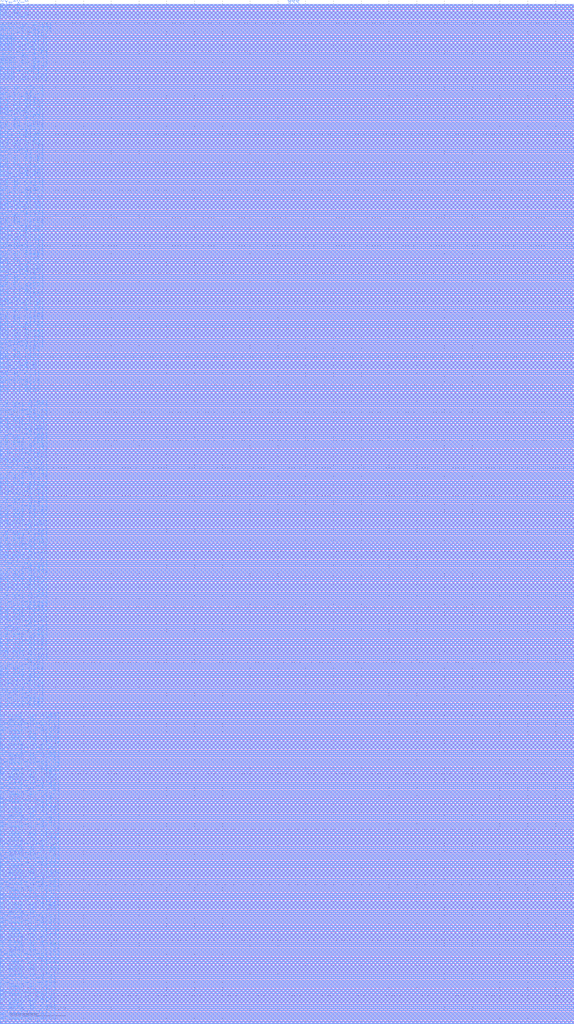
<source format=lef>
# Generated by FakeRAM 2.0
VERSION 5.7 ;
BUSBITCHARS "[]" ;
PROPERTYDEFINITIONS
  MACRO width INTEGER ;
  MACRO depth INTEGER ;
  MACRO banks INTEGER ;
END PROPERTYDEFINITIONS
MACRO fakeram7_tdp_4096x64
  PROPERTY width 64 ;
  PROPERTY depth 4096 ;
  PROPERTY banks 8 ;
  FOREIGN fakeram7_tdp_4096x64 0 0 ;
  SYMMETRY X Y ;
  SIZE 103.360 BY 183.400 ;
  CLASS BLOCK ;
  PIN w_mask_in_A[0]
    DIRECTION INPUT ;
    USE SIGNAL ;
    SHAPE ABUTMENT ;
    PORT
      LAYER M4 ;
      RECT 0.000 0.048 0.024 0.072 ;
    END
  END w_mask_in_A[0]
  PIN w_mask_in_B[0]
    DIRECTION INPUT ;
    USE SIGNAL ;
    SHAPE ABUTMENT ;
    PORT
      LAYER M4 ;
      RECT 103.336 0.048 103.360 0.072 ;
    END
  END w_mask_in_B[0]
  PIN w_mask_in_A[1]
    DIRECTION INPUT ;
    USE SIGNAL ;
    SHAPE ABUTMENT ;
    PORT
      LAYER M4 ;
      RECT 0.000 0.912 0.024 0.936 ;
    END
  END w_mask_in_A[1]
  PIN w_mask_in_B[1]
    DIRECTION INPUT ;
    USE SIGNAL ;
    SHAPE ABUTMENT ;
    PORT
      LAYER M4 ;
      RECT 103.336 0.912 103.360 0.936 ;
    END
  END w_mask_in_B[1]
  PIN w_mask_in_A[2]
    DIRECTION INPUT ;
    USE SIGNAL ;
    SHAPE ABUTMENT ;
    PORT
      LAYER M4 ;
      RECT 0.000 1.776 0.024 1.800 ;
    END
  END w_mask_in_A[2]
  PIN w_mask_in_B[2]
    DIRECTION INPUT ;
    USE SIGNAL ;
    SHAPE ABUTMENT ;
    PORT
      LAYER M4 ;
      RECT 103.336 1.776 103.360 1.800 ;
    END
  END w_mask_in_B[2]
  PIN w_mask_in_A[3]
    DIRECTION INPUT ;
    USE SIGNAL ;
    SHAPE ABUTMENT ;
    PORT
      LAYER M4 ;
      RECT 0.000 2.640 0.024 2.664 ;
    END
  END w_mask_in_A[3]
  PIN w_mask_in_B[3]
    DIRECTION INPUT ;
    USE SIGNAL ;
    SHAPE ABUTMENT ;
    PORT
      LAYER M4 ;
      RECT 103.336 2.640 103.360 2.664 ;
    END
  END w_mask_in_B[3]
  PIN w_mask_in_A[4]
    DIRECTION INPUT ;
    USE SIGNAL ;
    SHAPE ABUTMENT ;
    PORT
      LAYER M4 ;
      RECT 0.000 3.504 0.024 3.528 ;
    END
  END w_mask_in_A[4]
  PIN w_mask_in_B[4]
    DIRECTION INPUT ;
    USE SIGNAL ;
    SHAPE ABUTMENT ;
    PORT
      LAYER M4 ;
      RECT 103.336 3.504 103.360 3.528 ;
    END
  END w_mask_in_B[4]
  PIN w_mask_in_A[5]
    DIRECTION INPUT ;
    USE SIGNAL ;
    SHAPE ABUTMENT ;
    PORT
      LAYER M4 ;
      RECT 0.000 4.368 0.024 4.392 ;
    END
  END w_mask_in_A[5]
  PIN w_mask_in_B[5]
    DIRECTION INPUT ;
    USE SIGNAL ;
    SHAPE ABUTMENT ;
    PORT
      LAYER M4 ;
      RECT 103.336 4.368 103.360 4.392 ;
    END
  END w_mask_in_B[5]
  PIN w_mask_in_A[6]
    DIRECTION INPUT ;
    USE SIGNAL ;
    SHAPE ABUTMENT ;
    PORT
      LAYER M4 ;
      RECT 0.000 5.232 0.024 5.256 ;
    END
  END w_mask_in_A[6]
  PIN w_mask_in_B[6]
    DIRECTION INPUT ;
    USE SIGNAL ;
    SHAPE ABUTMENT ;
    PORT
      LAYER M4 ;
      RECT 103.336 5.232 103.360 5.256 ;
    END
  END w_mask_in_B[6]
  PIN w_mask_in_A[7]
    DIRECTION INPUT ;
    USE SIGNAL ;
    SHAPE ABUTMENT ;
    PORT
      LAYER M4 ;
      RECT 0.000 6.096 0.024 6.120 ;
    END
  END w_mask_in_A[7]
  PIN w_mask_in_B[7]
    DIRECTION INPUT ;
    USE SIGNAL ;
    SHAPE ABUTMENT ;
    PORT
      LAYER M4 ;
      RECT 103.336 6.096 103.360 6.120 ;
    END
  END w_mask_in_B[7]
  PIN w_mask_in_A[8]
    DIRECTION INPUT ;
    USE SIGNAL ;
    SHAPE ABUTMENT ;
    PORT
      LAYER M4 ;
      RECT 0.000 6.960 0.024 6.984 ;
    END
  END w_mask_in_A[8]
  PIN w_mask_in_B[8]
    DIRECTION INPUT ;
    USE SIGNAL ;
    SHAPE ABUTMENT ;
    PORT
      LAYER M4 ;
      RECT 103.336 6.960 103.360 6.984 ;
    END
  END w_mask_in_B[8]
  PIN w_mask_in_A[9]
    DIRECTION INPUT ;
    USE SIGNAL ;
    SHAPE ABUTMENT ;
    PORT
      LAYER M4 ;
      RECT 0.000 7.824 0.024 7.848 ;
    END
  END w_mask_in_A[9]
  PIN w_mask_in_B[9]
    DIRECTION INPUT ;
    USE SIGNAL ;
    SHAPE ABUTMENT ;
    PORT
      LAYER M4 ;
      RECT 103.336 7.824 103.360 7.848 ;
    END
  END w_mask_in_B[9]
  PIN w_mask_in_A[10]
    DIRECTION INPUT ;
    USE SIGNAL ;
    SHAPE ABUTMENT ;
    PORT
      LAYER M4 ;
      RECT 0.000 8.688 0.024 8.712 ;
    END
  END w_mask_in_A[10]
  PIN w_mask_in_B[10]
    DIRECTION INPUT ;
    USE SIGNAL ;
    SHAPE ABUTMENT ;
    PORT
      LAYER M4 ;
      RECT 103.336 8.688 103.360 8.712 ;
    END
  END w_mask_in_B[10]
  PIN w_mask_in_A[11]
    DIRECTION INPUT ;
    USE SIGNAL ;
    SHAPE ABUTMENT ;
    PORT
      LAYER M4 ;
      RECT 0.000 9.552 0.024 9.576 ;
    END
  END w_mask_in_A[11]
  PIN w_mask_in_B[11]
    DIRECTION INPUT ;
    USE SIGNAL ;
    SHAPE ABUTMENT ;
    PORT
      LAYER M4 ;
      RECT 103.336 9.552 103.360 9.576 ;
    END
  END w_mask_in_B[11]
  PIN w_mask_in_A[12]
    DIRECTION INPUT ;
    USE SIGNAL ;
    SHAPE ABUTMENT ;
    PORT
      LAYER M4 ;
      RECT 0.000 10.416 0.024 10.440 ;
    END
  END w_mask_in_A[12]
  PIN w_mask_in_B[12]
    DIRECTION INPUT ;
    USE SIGNAL ;
    SHAPE ABUTMENT ;
    PORT
      LAYER M4 ;
      RECT 103.336 10.416 103.360 10.440 ;
    END
  END w_mask_in_B[12]
  PIN w_mask_in_A[13]
    DIRECTION INPUT ;
    USE SIGNAL ;
    SHAPE ABUTMENT ;
    PORT
      LAYER M4 ;
      RECT 0.000 11.280 0.024 11.304 ;
    END
  END w_mask_in_A[13]
  PIN w_mask_in_B[13]
    DIRECTION INPUT ;
    USE SIGNAL ;
    SHAPE ABUTMENT ;
    PORT
      LAYER M4 ;
      RECT 103.336 11.280 103.360 11.304 ;
    END
  END w_mask_in_B[13]
  PIN w_mask_in_A[14]
    DIRECTION INPUT ;
    USE SIGNAL ;
    SHAPE ABUTMENT ;
    PORT
      LAYER M4 ;
      RECT 0.000 12.144 0.024 12.168 ;
    END
  END w_mask_in_A[14]
  PIN w_mask_in_B[14]
    DIRECTION INPUT ;
    USE SIGNAL ;
    SHAPE ABUTMENT ;
    PORT
      LAYER M4 ;
      RECT 103.336 12.144 103.360 12.168 ;
    END
  END w_mask_in_B[14]
  PIN w_mask_in_A[15]
    DIRECTION INPUT ;
    USE SIGNAL ;
    SHAPE ABUTMENT ;
    PORT
      LAYER M4 ;
      RECT 0.000 13.008 0.024 13.032 ;
    END
  END w_mask_in_A[15]
  PIN w_mask_in_B[15]
    DIRECTION INPUT ;
    USE SIGNAL ;
    SHAPE ABUTMENT ;
    PORT
      LAYER M4 ;
      RECT 103.336 13.008 103.360 13.032 ;
    END
  END w_mask_in_B[15]
  PIN w_mask_in_A[16]
    DIRECTION INPUT ;
    USE SIGNAL ;
    SHAPE ABUTMENT ;
    PORT
      LAYER M4 ;
      RECT 0.000 13.872 0.024 13.896 ;
    END
  END w_mask_in_A[16]
  PIN w_mask_in_B[16]
    DIRECTION INPUT ;
    USE SIGNAL ;
    SHAPE ABUTMENT ;
    PORT
      LAYER M4 ;
      RECT 103.336 13.872 103.360 13.896 ;
    END
  END w_mask_in_B[16]
  PIN w_mask_in_A[17]
    DIRECTION INPUT ;
    USE SIGNAL ;
    SHAPE ABUTMENT ;
    PORT
      LAYER M4 ;
      RECT 0.000 14.736 0.024 14.760 ;
    END
  END w_mask_in_A[17]
  PIN w_mask_in_B[17]
    DIRECTION INPUT ;
    USE SIGNAL ;
    SHAPE ABUTMENT ;
    PORT
      LAYER M4 ;
      RECT 103.336 14.736 103.360 14.760 ;
    END
  END w_mask_in_B[17]
  PIN w_mask_in_A[18]
    DIRECTION INPUT ;
    USE SIGNAL ;
    SHAPE ABUTMENT ;
    PORT
      LAYER M4 ;
      RECT 0.000 15.600 0.024 15.624 ;
    END
  END w_mask_in_A[18]
  PIN w_mask_in_B[18]
    DIRECTION INPUT ;
    USE SIGNAL ;
    SHAPE ABUTMENT ;
    PORT
      LAYER M4 ;
      RECT 103.336 15.600 103.360 15.624 ;
    END
  END w_mask_in_B[18]
  PIN w_mask_in_A[19]
    DIRECTION INPUT ;
    USE SIGNAL ;
    SHAPE ABUTMENT ;
    PORT
      LAYER M4 ;
      RECT 0.000 16.464 0.024 16.488 ;
    END
  END w_mask_in_A[19]
  PIN w_mask_in_B[19]
    DIRECTION INPUT ;
    USE SIGNAL ;
    SHAPE ABUTMENT ;
    PORT
      LAYER M4 ;
      RECT 103.336 16.464 103.360 16.488 ;
    END
  END w_mask_in_B[19]
  PIN w_mask_in_A[20]
    DIRECTION INPUT ;
    USE SIGNAL ;
    SHAPE ABUTMENT ;
    PORT
      LAYER M4 ;
      RECT 0.000 17.328 0.024 17.352 ;
    END
  END w_mask_in_A[20]
  PIN w_mask_in_B[20]
    DIRECTION INPUT ;
    USE SIGNAL ;
    SHAPE ABUTMENT ;
    PORT
      LAYER M4 ;
      RECT 103.336 17.328 103.360 17.352 ;
    END
  END w_mask_in_B[20]
  PIN w_mask_in_A[21]
    DIRECTION INPUT ;
    USE SIGNAL ;
    SHAPE ABUTMENT ;
    PORT
      LAYER M4 ;
      RECT 0.000 18.192 0.024 18.216 ;
    END
  END w_mask_in_A[21]
  PIN w_mask_in_B[21]
    DIRECTION INPUT ;
    USE SIGNAL ;
    SHAPE ABUTMENT ;
    PORT
      LAYER M4 ;
      RECT 103.336 18.192 103.360 18.216 ;
    END
  END w_mask_in_B[21]
  PIN w_mask_in_A[22]
    DIRECTION INPUT ;
    USE SIGNAL ;
    SHAPE ABUTMENT ;
    PORT
      LAYER M4 ;
      RECT 0.000 19.056 0.024 19.080 ;
    END
  END w_mask_in_A[22]
  PIN w_mask_in_B[22]
    DIRECTION INPUT ;
    USE SIGNAL ;
    SHAPE ABUTMENT ;
    PORT
      LAYER M4 ;
      RECT 103.336 19.056 103.360 19.080 ;
    END
  END w_mask_in_B[22]
  PIN w_mask_in_A[23]
    DIRECTION INPUT ;
    USE SIGNAL ;
    SHAPE ABUTMENT ;
    PORT
      LAYER M4 ;
      RECT 0.000 19.920 0.024 19.944 ;
    END
  END w_mask_in_A[23]
  PIN w_mask_in_B[23]
    DIRECTION INPUT ;
    USE SIGNAL ;
    SHAPE ABUTMENT ;
    PORT
      LAYER M4 ;
      RECT 103.336 19.920 103.360 19.944 ;
    END
  END w_mask_in_B[23]
  PIN w_mask_in_A[24]
    DIRECTION INPUT ;
    USE SIGNAL ;
    SHAPE ABUTMENT ;
    PORT
      LAYER M4 ;
      RECT 0.000 20.784 0.024 20.808 ;
    END
  END w_mask_in_A[24]
  PIN w_mask_in_B[24]
    DIRECTION INPUT ;
    USE SIGNAL ;
    SHAPE ABUTMENT ;
    PORT
      LAYER M4 ;
      RECT 103.336 20.784 103.360 20.808 ;
    END
  END w_mask_in_B[24]
  PIN w_mask_in_A[25]
    DIRECTION INPUT ;
    USE SIGNAL ;
    SHAPE ABUTMENT ;
    PORT
      LAYER M4 ;
      RECT 0.000 21.648 0.024 21.672 ;
    END
  END w_mask_in_A[25]
  PIN w_mask_in_B[25]
    DIRECTION INPUT ;
    USE SIGNAL ;
    SHAPE ABUTMENT ;
    PORT
      LAYER M4 ;
      RECT 103.336 21.648 103.360 21.672 ;
    END
  END w_mask_in_B[25]
  PIN w_mask_in_A[26]
    DIRECTION INPUT ;
    USE SIGNAL ;
    SHAPE ABUTMENT ;
    PORT
      LAYER M4 ;
      RECT 0.000 22.512 0.024 22.536 ;
    END
  END w_mask_in_A[26]
  PIN w_mask_in_B[26]
    DIRECTION INPUT ;
    USE SIGNAL ;
    SHAPE ABUTMENT ;
    PORT
      LAYER M4 ;
      RECT 103.336 22.512 103.360 22.536 ;
    END
  END w_mask_in_B[26]
  PIN w_mask_in_A[27]
    DIRECTION INPUT ;
    USE SIGNAL ;
    SHAPE ABUTMENT ;
    PORT
      LAYER M4 ;
      RECT 0.000 23.376 0.024 23.400 ;
    END
  END w_mask_in_A[27]
  PIN w_mask_in_B[27]
    DIRECTION INPUT ;
    USE SIGNAL ;
    SHAPE ABUTMENT ;
    PORT
      LAYER M4 ;
      RECT 103.336 23.376 103.360 23.400 ;
    END
  END w_mask_in_B[27]
  PIN w_mask_in_A[28]
    DIRECTION INPUT ;
    USE SIGNAL ;
    SHAPE ABUTMENT ;
    PORT
      LAYER M4 ;
      RECT 0.000 24.240 0.024 24.264 ;
    END
  END w_mask_in_A[28]
  PIN w_mask_in_B[28]
    DIRECTION INPUT ;
    USE SIGNAL ;
    SHAPE ABUTMENT ;
    PORT
      LAYER M4 ;
      RECT 103.336 24.240 103.360 24.264 ;
    END
  END w_mask_in_B[28]
  PIN w_mask_in_A[29]
    DIRECTION INPUT ;
    USE SIGNAL ;
    SHAPE ABUTMENT ;
    PORT
      LAYER M4 ;
      RECT 0.000 25.104 0.024 25.128 ;
    END
  END w_mask_in_A[29]
  PIN w_mask_in_B[29]
    DIRECTION INPUT ;
    USE SIGNAL ;
    SHAPE ABUTMENT ;
    PORT
      LAYER M4 ;
      RECT 103.336 25.104 103.360 25.128 ;
    END
  END w_mask_in_B[29]
  PIN w_mask_in_A[30]
    DIRECTION INPUT ;
    USE SIGNAL ;
    SHAPE ABUTMENT ;
    PORT
      LAYER M4 ;
      RECT 0.000 25.968 0.024 25.992 ;
    END
  END w_mask_in_A[30]
  PIN w_mask_in_B[30]
    DIRECTION INPUT ;
    USE SIGNAL ;
    SHAPE ABUTMENT ;
    PORT
      LAYER M4 ;
      RECT 103.336 25.968 103.360 25.992 ;
    END
  END w_mask_in_B[30]
  PIN w_mask_in_A[31]
    DIRECTION INPUT ;
    USE SIGNAL ;
    SHAPE ABUTMENT ;
    PORT
      LAYER M4 ;
      RECT 0.000 26.832 0.024 26.856 ;
    END
  END w_mask_in_A[31]
  PIN w_mask_in_B[31]
    DIRECTION INPUT ;
    USE SIGNAL ;
    SHAPE ABUTMENT ;
    PORT
      LAYER M4 ;
      RECT 103.336 26.832 103.360 26.856 ;
    END
  END w_mask_in_B[31]
  PIN w_mask_in_A[32]
    DIRECTION INPUT ;
    USE SIGNAL ;
    SHAPE ABUTMENT ;
    PORT
      LAYER M4 ;
      RECT 0.000 27.696 0.024 27.720 ;
    END
  END w_mask_in_A[32]
  PIN w_mask_in_B[32]
    DIRECTION INPUT ;
    USE SIGNAL ;
    SHAPE ABUTMENT ;
    PORT
      LAYER M4 ;
      RECT 103.336 27.696 103.360 27.720 ;
    END
  END w_mask_in_B[32]
  PIN w_mask_in_A[33]
    DIRECTION INPUT ;
    USE SIGNAL ;
    SHAPE ABUTMENT ;
    PORT
      LAYER M4 ;
      RECT 0.000 28.560 0.024 28.584 ;
    END
  END w_mask_in_A[33]
  PIN w_mask_in_B[33]
    DIRECTION INPUT ;
    USE SIGNAL ;
    SHAPE ABUTMENT ;
    PORT
      LAYER M4 ;
      RECT 103.336 28.560 103.360 28.584 ;
    END
  END w_mask_in_B[33]
  PIN w_mask_in_A[34]
    DIRECTION INPUT ;
    USE SIGNAL ;
    SHAPE ABUTMENT ;
    PORT
      LAYER M4 ;
      RECT 0.000 29.424 0.024 29.448 ;
    END
  END w_mask_in_A[34]
  PIN w_mask_in_B[34]
    DIRECTION INPUT ;
    USE SIGNAL ;
    SHAPE ABUTMENT ;
    PORT
      LAYER M4 ;
      RECT 103.336 29.424 103.360 29.448 ;
    END
  END w_mask_in_B[34]
  PIN w_mask_in_A[35]
    DIRECTION INPUT ;
    USE SIGNAL ;
    SHAPE ABUTMENT ;
    PORT
      LAYER M4 ;
      RECT 0.000 30.288 0.024 30.312 ;
    END
  END w_mask_in_A[35]
  PIN w_mask_in_B[35]
    DIRECTION INPUT ;
    USE SIGNAL ;
    SHAPE ABUTMENT ;
    PORT
      LAYER M4 ;
      RECT 103.336 30.288 103.360 30.312 ;
    END
  END w_mask_in_B[35]
  PIN w_mask_in_A[36]
    DIRECTION INPUT ;
    USE SIGNAL ;
    SHAPE ABUTMENT ;
    PORT
      LAYER M4 ;
      RECT 0.000 31.152 0.024 31.176 ;
    END
  END w_mask_in_A[36]
  PIN w_mask_in_B[36]
    DIRECTION INPUT ;
    USE SIGNAL ;
    SHAPE ABUTMENT ;
    PORT
      LAYER M4 ;
      RECT 103.336 31.152 103.360 31.176 ;
    END
  END w_mask_in_B[36]
  PIN w_mask_in_A[37]
    DIRECTION INPUT ;
    USE SIGNAL ;
    SHAPE ABUTMENT ;
    PORT
      LAYER M4 ;
      RECT 0.000 32.016 0.024 32.040 ;
    END
  END w_mask_in_A[37]
  PIN w_mask_in_B[37]
    DIRECTION INPUT ;
    USE SIGNAL ;
    SHAPE ABUTMENT ;
    PORT
      LAYER M4 ;
      RECT 103.336 32.016 103.360 32.040 ;
    END
  END w_mask_in_B[37]
  PIN w_mask_in_A[38]
    DIRECTION INPUT ;
    USE SIGNAL ;
    SHAPE ABUTMENT ;
    PORT
      LAYER M4 ;
      RECT 0.000 32.880 0.024 32.904 ;
    END
  END w_mask_in_A[38]
  PIN w_mask_in_B[38]
    DIRECTION INPUT ;
    USE SIGNAL ;
    SHAPE ABUTMENT ;
    PORT
      LAYER M4 ;
      RECT 103.336 32.880 103.360 32.904 ;
    END
  END w_mask_in_B[38]
  PIN w_mask_in_A[39]
    DIRECTION INPUT ;
    USE SIGNAL ;
    SHAPE ABUTMENT ;
    PORT
      LAYER M4 ;
      RECT 0.000 33.744 0.024 33.768 ;
    END
  END w_mask_in_A[39]
  PIN w_mask_in_B[39]
    DIRECTION INPUT ;
    USE SIGNAL ;
    SHAPE ABUTMENT ;
    PORT
      LAYER M4 ;
      RECT 103.336 33.744 103.360 33.768 ;
    END
  END w_mask_in_B[39]
  PIN w_mask_in_A[40]
    DIRECTION INPUT ;
    USE SIGNAL ;
    SHAPE ABUTMENT ;
    PORT
      LAYER M4 ;
      RECT 0.000 34.608 0.024 34.632 ;
    END
  END w_mask_in_A[40]
  PIN w_mask_in_B[40]
    DIRECTION INPUT ;
    USE SIGNAL ;
    SHAPE ABUTMENT ;
    PORT
      LAYER M4 ;
      RECT 103.336 34.608 103.360 34.632 ;
    END
  END w_mask_in_B[40]
  PIN w_mask_in_A[41]
    DIRECTION INPUT ;
    USE SIGNAL ;
    SHAPE ABUTMENT ;
    PORT
      LAYER M4 ;
      RECT 0.000 35.472 0.024 35.496 ;
    END
  END w_mask_in_A[41]
  PIN w_mask_in_B[41]
    DIRECTION INPUT ;
    USE SIGNAL ;
    SHAPE ABUTMENT ;
    PORT
      LAYER M4 ;
      RECT 103.336 35.472 103.360 35.496 ;
    END
  END w_mask_in_B[41]
  PIN w_mask_in_A[42]
    DIRECTION INPUT ;
    USE SIGNAL ;
    SHAPE ABUTMENT ;
    PORT
      LAYER M4 ;
      RECT 0.000 36.336 0.024 36.360 ;
    END
  END w_mask_in_A[42]
  PIN w_mask_in_B[42]
    DIRECTION INPUT ;
    USE SIGNAL ;
    SHAPE ABUTMENT ;
    PORT
      LAYER M4 ;
      RECT 103.336 36.336 103.360 36.360 ;
    END
  END w_mask_in_B[42]
  PIN w_mask_in_A[43]
    DIRECTION INPUT ;
    USE SIGNAL ;
    SHAPE ABUTMENT ;
    PORT
      LAYER M4 ;
      RECT 0.000 37.200 0.024 37.224 ;
    END
  END w_mask_in_A[43]
  PIN w_mask_in_B[43]
    DIRECTION INPUT ;
    USE SIGNAL ;
    SHAPE ABUTMENT ;
    PORT
      LAYER M4 ;
      RECT 103.336 37.200 103.360 37.224 ;
    END
  END w_mask_in_B[43]
  PIN w_mask_in_A[44]
    DIRECTION INPUT ;
    USE SIGNAL ;
    SHAPE ABUTMENT ;
    PORT
      LAYER M4 ;
      RECT 0.000 38.064 0.024 38.088 ;
    END
  END w_mask_in_A[44]
  PIN w_mask_in_B[44]
    DIRECTION INPUT ;
    USE SIGNAL ;
    SHAPE ABUTMENT ;
    PORT
      LAYER M4 ;
      RECT 103.336 38.064 103.360 38.088 ;
    END
  END w_mask_in_B[44]
  PIN w_mask_in_A[45]
    DIRECTION INPUT ;
    USE SIGNAL ;
    SHAPE ABUTMENT ;
    PORT
      LAYER M4 ;
      RECT 0.000 38.928 0.024 38.952 ;
    END
  END w_mask_in_A[45]
  PIN w_mask_in_B[45]
    DIRECTION INPUT ;
    USE SIGNAL ;
    SHAPE ABUTMENT ;
    PORT
      LAYER M4 ;
      RECT 103.336 38.928 103.360 38.952 ;
    END
  END w_mask_in_B[45]
  PIN w_mask_in_A[46]
    DIRECTION INPUT ;
    USE SIGNAL ;
    SHAPE ABUTMENT ;
    PORT
      LAYER M4 ;
      RECT 0.000 39.792 0.024 39.816 ;
    END
  END w_mask_in_A[46]
  PIN w_mask_in_B[46]
    DIRECTION INPUT ;
    USE SIGNAL ;
    SHAPE ABUTMENT ;
    PORT
      LAYER M4 ;
      RECT 103.336 39.792 103.360 39.816 ;
    END
  END w_mask_in_B[46]
  PIN w_mask_in_A[47]
    DIRECTION INPUT ;
    USE SIGNAL ;
    SHAPE ABUTMENT ;
    PORT
      LAYER M4 ;
      RECT 0.000 40.656 0.024 40.680 ;
    END
  END w_mask_in_A[47]
  PIN w_mask_in_B[47]
    DIRECTION INPUT ;
    USE SIGNAL ;
    SHAPE ABUTMENT ;
    PORT
      LAYER M4 ;
      RECT 103.336 40.656 103.360 40.680 ;
    END
  END w_mask_in_B[47]
  PIN w_mask_in_A[48]
    DIRECTION INPUT ;
    USE SIGNAL ;
    SHAPE ABUTMENT ;
    PORT
      LAYER M4 ;
      RECT 0.000 41.520 0.024 41.544 ;
    END
  END w_mask_in_A[48]
  PIN w_mask_in_B[48]
    DIRECTION INPUT ;
    USE SIGNAL ;
    SHAPE ABUTMENT ;
    PORT
      LAYER M4 ;
      RECT 103.336 41.520 103.360 41.544 ;
    END
  END w_mask_in_B[48]
  PIN w_mask_in_A[49]
    DIRECTION INPUT ;
    USE SIGNAL ;
    SHAPE ABUTMENT ;
    PORT
      LAYER M4 ;
      RECT 0.000 42.384 0.024 42.408 ;
    END
  END w_mask_in_A[49]
  PIN w_mask_in_B[49]
    DIRECTION INPUT ;
    USE SIGNAL ;
    SHAPE ABUTMENT ;
    PORT
      LAYER M4 ;
      RECT 103.336 42.384 103.360 42.408 ;
    END
  END w_mask_in_B[49]
  PIN w_mask_in_A[50]
    DIRECTION INPUT ;
    USE SIGNAL ;
    SHAPE ABUTMENT ;
    PORT
      LAYER M4 ;
      RECT 0.000 43.248 0.024 43.272 ;
    END
  END w_mask_in_A[50]
  PIN w_mask_in_B[50]
    DIRECTION INPUT ;
    USE SIGNAL ;
    SHAPE ABUTMENT ;
    PORT
      LAYER M4 ;
      RECT 103.336 43.248 103.360 43.272 ;
    END
  END w_mask_in_B[50]
  PIN w_mask_in_A[51]
    DIRECTION INPUT ;
    USE SIGNAL ;
    SHAPE ABUTMENT ;
    PORT
      LAYER M4 ;
      RECT 0.000 44.112 0.024 44.136 ;
    END
  END w_mask_in_A[51]
  PIN w_mask_in_B[51]
    DIRECTION INPUT ;
    USE SIGNAL ;
    SHAPE ABUTMENT ;
    PORT
      LAYER M4 ;
      RECT 103.336 44.112 103.360 44.136 ;
    END
  END w_mask_in_B[51]
  PIN w_mask_in_A[52]
    DIRECTION INPUT ;
    USE SIGNAL ;
    SHAPE ABUTMENT ;
    PORT
      LAYER M4 ;
      RECT 0.000 44.976 0.024 45.000 ;
    END
  END w_mask_in_A[52]
  PIN w_mask_in_B[52]
    DIRECTION INPUT ;
    USE SIGNAL ;
    SHAPE ABUTMENT ;
    PORT
      LAYER M4 ;
      RECT 103.336 44.976 103.360 45.000 ;
    END
  END w_mask_in_B[52]
  PIN w_mask_in_A[53]
    DIRECTION INPUT ;
    USE SIGNAL ;
    SHAPE ABUTMENT ;
    PORT
      LAYER M4 ;
      RECT 0.000 45.840 0.024 45.864 ;
    END
  END w_mask_in_A[53]
  PIN w_mask_in_B[53]
    DIRECTION INPUT ;
    USE SIGNAL ;
    SHAPE ABUTMENT ;
    PORT
      LAYER M4 ;
      RECT 103.336 45.840 103.360 45.864 ;
    END
  END w_mask_in_B[53]
  PIN w_mask_in_A[54]
    DIRECTION INPUT ;
    USE SIGNAL ;
    SHAPE ABUTMENT ;
    PORT
      LAYER M4 ;
      RECT 0.000 46.704 0.024 46.728 ;
    END
  END w_mask_in_A[54]
  PIN w_mask_in_B[54]
    DIRECTION INPUT ;
    USE SIGNAL ;
    SHAPE ABUTMENT ;
    PORT
      LAYER M4 ;
      RECT 103.336 46.704 103.360 46.728 ;
    END
  END w_mask_in_B[54]
  PIN w_mask_in_A[55]
    DIRECTION INPUT ;
    USE SIGNAL ;
    SHAPE ABUTMENT ;
    PORT
      LAYER M4 ;
      RECT 0.000 47.568 0.024 47.592 ;
    END
  END w_mask_in_A[55]
  PIN w_mask_in_B[55]
    DIRECTION INPUT ;
    USE SIGNAL ;
    SHAPE ABUTMENT ;
    PORT
      LAYER M4 ;
      RECT 103.336 47.568 103.360 47.592 ;
    END
  END w_mask_in_B[55]
  PIN w_mask_in_A[56]
    DIRECTION INPUT ;
    USE SIGNAL ;
    SHAPE ABUTMENT ;
    PORT
      LAYER M4 ;
      RECT 0.000 48.432 0.024 48.456 ;
    END
  END w_mask_in_A[56]
  PIN w_mask_in_B[56]
    DIRECTION INPUT ;
    USE SIGNAL ;
    SHAPE ABUTMENT ;
    PORT
      LAYER M4 ;
      RECT 103.336 48.432 103.360 48.456 ;
    END
  END w_mask_in_B[56]
  PIN w_mask_in_A[57]
    DIRECTION INPUT ;
    USE SIGNAL ;
    SHAPE ABUTMENT ;
    PORT
      LAYER M4 ;
      RECT 0.000 49.296 0.024 49.320 ;
    END
  END w_mask_in_A[57]
  PIN w_mask_in_B[57]
    DIRECTION INPUT ;
    USE SIGNAL ;
    SHAPE ABUTMENT ;
    PORT
      LAYER M4 ;
      RECT 103.336 49.296 103.360 49.320 ;
    END
  END w_mask_in_B[57]
  PIN w_mask_in_A[58]
    DIRECTION INPUT ;
    USE SIGNAL ;
    SHAPE ABUTMENT ;
    PORT
      LAYER M4 ;
      RECT 0.000 50.160 0.024 50.184 ;
    END
  END w_mask_in_A[58]
  PIN w_mask_in_B[58]
    DIRECTION INPUT ;
    USE SIGNAL ;
    SHAPE ABUTMENT ;
    PORT
      LAYER M4 ;
      RECT 103.336 50.160 103.360 50.184 ;
    END
  END w_mask_in_B[58]
  PIN w_mask_in_A[59]
    DIRECTION INPUT ;
    USE SIGNAL ;
    SHAPE ABUTMENT ;
    PORT
      LAYER M4 ;
      RECT 0.000 51.024 0.024 51.048 ;
    END
  END w_mask_in_A[59]
  PIN w_mask_in_B[59]
    DIRECTION INPUT ;
    USE SIGNAL ;
    SHAPE ABUTMENT ;
    PORT
      LAYER M4 ;
      RECT 103.336 51.024 103.360 51.048 ;
    END
  END w_mask_in_B[59]
  PIN w_mask_in_A[60]
    DIRECTION INPUT ;
    USE SIGNAL ;
    SHAPE ABUTMENT ;
    PORT
      LAYER M4 ;
      RECT 0.000 51.888 0.024 51.912 ;
    END
  END w_mask_in_A[60]
  PIN w_mask_in_B[60]
    DIRECTION INPUT ;
    USE SIGNAL ;
    SHAPE ABUTMENT ;
    PORT
      LAYER M4 ;
      RECT 103.336 51.888 103.360 51.912 ;
    END
  END w_mask_in_B[60]
  PIN w_mask_in_A[61]
    DIRECTION INPUT ;
    USE SIGNAL ;
    SHAPE ABUTMENT ;
    PORT
      LAYER M4 ;
      RECT 0.000 52.752 0.024 52.776 ;
    END
  END w_mask_in_A[61]
  PIN w_mask_in_B[61]
    DIRECTION INPUT ;
    USE SIGNAL ;
    SHAPE ABUTMENT ;
    PORT
      LAYER M4 ;
      RECT 103.336 52.752 103.360 52.776 ;
    END
  END w_mask_in_B[61]
  PIN w_mask_in_A[62]
    DIRECTION INPUT ;
    USE SIGNAL ;
    SHAPE ABUTMENT ;
    PORT
      LAYER M4 ;
      RECT 0.000 53.616 0.024 53.640 ;
    END
  END w_mask_in_A[62]
  PIN w_mask_in_B[62]
    DIRECTION INPUT ;
    USE SIGNAL ;
    SHAPE ABUTMENT ;
    PORT
      LAYER M4 ;
      RECT 103.336 53.616 103.360 53.640 ;
    END
  END w_mask_in_B[62]
  PIN w_mask_in_A[63]
    DIRECTION INPUT ;
    USE SIGNAL ;
    SHAPE ABUTMENT ;
    PORT
      LAYER M4 ;
      RECT 0.000 54.480 0.024 54.504 ;
    END
  END w_mask_in_A[63]
  PIN w_mask_in_B[63]
    DIRECTION INPUT ;
    USE SIGNAL ;
    SHAPE ABUTMENT ;
    PORT
      LAYER M4 ;
      RECT 103.336 54.480 103.360 54.504 ;
    END
  END w_mask_in_B[63]
  PIN rd_out_A[0]
    DIRECTION OUTPUT ;
    USE SIGNAL ;
    SHAPE ABUTMENT ;
    PORT
      LAYER M4 ;
      RECT 0.000 56.448 0.024 56.472 ;
    END
  END rd_out_A[0]
  PIN rd_out_B[0]
    DIRECTION OUTPUT ;
    USE SIGNAL ;
    SHAPE ABUTMENT ;
    PORT
      LAYER M4 ;
      RECT 103.336 56.448 103.360 56.472 ;
    END
  END rd_out_B[0]
  PIN rd_out_A[1]
    DIRECTION OUTPUT ;
    USE SIGNAL ;
    SHAPE ABUTMENT ;
    PORT
      LAYER M4 ;
      RECT 0.000 57.312 0.024 57.336 ;
    END
  END rd_out_A[1]
  PIN rd_out_B[1]
    DIRECTION OUTPUT ;
    USE SIGNAL ;
    SHAPE ABUTMENT ;
    PORT
      LAYER M4 ;
      RECT 103.336 57.312 103.360 57.336 ;
    END
  END rd_out_B[1]
  PIN rd_out_A[2]
    DIRECTION OUTPUT ;
    USE SIGNAL ;
    SHAPE ABUTMENT ;
    PORT
      LAYER M4 ;
      RECT 0.000 58.176 0.024 58.200 ;
    END
  END rd_out_A[2]
  PIN rd_out_B[2]
    DIRECTION OUTPUT ;
    USE SIGNAL ;
    SHAPE ABUTMENT ;
    PORT
      LAYER M4 ;
      RECT 103.336 58.176 103.360 58.200 ;
    END
  END rd_out_B[2]
  PIN rd_out_A[3]
    DIRECTION OUTPUT ;
    USE SIGNAL ;
    SHAPE ABUTMENT ;
    PORT
      LAYER M4 ;
      RECT 0.000 59.040 0.024 59.064 ;
    END
  END rd_out_A[3]
  PIN rd_out_B[3]
    DIRECTION OUTPUT ;
    USE SIGNAL ;
    SHAPE ABUTMENT ;
    PORT
      LAYER M4 ;
      RECT 103.336 59.040 103.360 59.064 ;
    END
  END rd_out_B[3]
  PIN rd_out_A[4]
    DIRECTION OUTPUT ;
    USE SIGNAL ;
    SHAPE ABUTMENT ;
    PORT
      LAYER M4 ;
      RECT 0.000 59.904 0.024 59.928 ;
    END
  END rd_out_A[4]
  PIN rd_out_B[4]
    DIRECTION OUTPUT ;
    USE SIGNAL ;
    SHAPE ABUTMENT ;
    PORT
      LAYER M4 ;
      RECT 103.336 59.904 103.360 59.928 ;
    END
  END rd_out_B[4]
  PIN rd_out_A[5]
    DIRECTION OUTPUT ;
    USE SIGNAL ;
    SHAPE ABUTMENT ;
    PORT
      LAYER M4 ;
      RECT 0.000 60.768 0.024 60.792 ;
    END
  END rd_out_A[5]
  PIN rd_out_B[5]
    DIRECTION OUTPUT ;
    USE SIGNAL ;
    SHAPE ABUTMENT ;
    PORT
      LAYER M4 ;
      RECT 103.336 60.768 103.360 60.792 ;
    END
  END rd_out_B[5]
  PIN rd_out_A[6]
    DIRECTION OUTPUT ;
    USE SIGNAL ;
    SHAPE ABUTMENT ;
    PORT
      LAYER M4 ;
      RECT 0.000 61.632 0.024 61.656 ;
    END
  END rd_out_A[6]
  PIN rd_out_B[6]
    DIRECTION OUTPUT ;
    USE SIGNAL ;
    SHAPE ABUTMENT ;
    PORT
      LAYER M4 ;
      RECT 103.336 61.632 103.360 61.656 ;
    END
  END rd_out_B[6]
  PIN rd_out_A[7]
    DIRECTION OUTPUT ;
    USE SIGNAL ;
    SHAPE ABUTMENT ;
    PORT
      LAYER M4 ;
      RECT 0.000 62.496 0.024 62.520 ;
    END
  END rd_out_A[7]
  PIN rd_out_B[7]
    DIRECTION OUTPUT ;
    USE SIGNAL ;
    SHAPE ABUTMENT ;
    PORT
      LAYER M4 ;
      RECT 103.336 62.496 103.360 62.520 ;
    END
  END rd_out_B[7]
  PIN rd_out_A[8]
    DIRECTION OUTPUT ;
    USE SIGNAL ;
    SHAPE ABUTMENT ;
    PORT
      LAYER M4 ;
      RECT 0.000 63.360 0.024 63.384 ;
    END
  END rd_out_A[8]
  PIN rd_out_B[8]
    DIRECTION OUTPUT ;
    USE SIGNAL ;
    SHAPE ABUTMENT ;
    PORT
      LAYER M4 ;
      RECT 103.336 63.360 103.360 63.384 ;
    END
  END rd_out_B[8]
  PIN rd_out_A[9]
    DIRECTION OUTPUT ;
    USE SIGNAL ;
    SHAPE ABUTMENT ;
    PORT
      LAYER M4 ;
      RECT 0.000 64.224 0.024 64.248 ;
    END
  END rd_out_A[9]
  PIN rd_out_B[9]
    DIRECTION OUTPUT ;
    USE SIGNAL ;
    SHAPE ABUTMENT ;
    PORT
      LAYER M4 ;
      RECT 103.336 64.224 103.360 64.248 ;
    END
  END rd_out_B[9]
  PIN rd_out_A[10]
    DIRECTION OUTPUT ;
    USE SIGNAL ;
    SHAPE ABUTMENT ;
    PORT
      LAYER M4 ;
      RECT 0.000 65.088 0.024 65.112 ;
    END
  END rd_out_A[10]
  PIN rd_out_B[10]
    DIRECTION OUTPUT ;
    USE SIGNAL ;
    SHAPE ABUTMENT ;
    PORT
      LAYER M4 ;
      RECT 103.336 65.088 103.360 65.112 ;
    END
  END rd_out_B[10]
  PIN rd_out_A[11]
    DIRECTION OUTPUT ;
    USE SIGNAL ;
    SHAPE ABUTMENT ;
    PORT
      LAYER M4 ;
      RECT 0.000 65.952 0.024 65.976 ;
    END
  END rd_out_A[11]
  PIN rd_out_B[11]
    DIRECTION OUTPUT ;
    USE SIGNAL ;
    SHAPE ABUTMENT ;
    PORT
      LAYER M4 ;
      RECT 103.336 65.952 103.360 65.976 ;
    END
  END rd_out_B[11]
  PIN rd_out_A[12]
    DIRECTION OUTPUT ;
    USE SIGNAL ;
    SHAPE ABUTMENT ;
    PORT
      LAYER M4 ;
      RECT 0.000 66.816 0.024 66.840 ;
    END
  END rd_out_A[12]
  PIN rd_out_B[12]
    DIRECTION OUTPUT ;
    USE SIGNAL ;
    SHAPE ABUTMENT ;
    PORT
      LAYER M4 ;
      RECT 103.336 66.816 103.360 66.840 ;
    END
  END rd_out_B[12]
  PIN rd_out_A[13]
    DIRECTION OUTPUT ;
    USE SIGNAL ;
    SHAPE ABUTMENT ;
    PORT
      LAYER M4 ;
      RECT 0.000 67.680 0.024 67.704 ;
    END
  END rd_out_A[13]
  PIN rd_out_B[13]
    DIRECTION OUTPUT ;
    USE SIGNAL ;
    SHAPE ABUTMENT ;
    PORT
      LAYER M4 ;
      RECT 103.336 67.680 103.360 67.704 ;
    END
  END rd_out_B[13]
  PIN rd_out_A[14]
    DIRECTION OUTPUT ;
    USE SIGNAL ;
    SHAPE ABUTMENT ;
    PORT
      LAYER M4 ;
      RECT 0.000 68.544 0.024 68.568 ;
    END
  END rd_out_A[14]
  PIN rd_out_B[14]
    DIRECTION OUTPUT ;
    USE SIGNAL ;
    SHAPE ABUTMENT ;
    PORT
      LAYER M4 ;
      RECT 103.336 68.544 103.360 68.568 ;
    END
  END rd_out_B[14]
  PIN rd_out_A[15]
    DIRECTION OUTPUT ;
    USE SIGNAL ;
    SHAPE ABUTMENT ;
    PORT
      LAYER M4 ;
      RECT 0.000 69.408 0.024 69.432 ;
    END
  END rd_out_A[15]
  PIN rd_out_B[15]
    DIRECTION OUTPUT ;
    USE SIGNAL ;
    SHAPE ABUTMENT ;
    PORT
      LAYER M4 ;
      RECT 103.336 69.408 103.360 69.432 ;
    END
  END rd_out_B[15]
  PIN rd_out_A[16]
    DIRECTION OUTPUT ;
    USE SIGNAL ;
    SHAPE ABUTMENT ;
    PORT
      LAYER M4 ;
      RECT 0.000 70.272 0.024 70.296 ;
    END
  END rd_out_A[16]
  PIN rd_out_B[16]
    DIRECTION OUTPUT ;
    USE SIGNAL ;
    SHAPE ABUTMENT ;
    PORT
      LAYER M4 ;
      RECT 103.336 70.272 103.360 70.296 ;
    END
  END rd_out_B[16]
  PIN rd_out_A[17]
    DIRECTION OUTPUT ;
    USE SIGNAL ;
    SHAPE ABUTMENT ;
    PORT
      LAYER M4 ;
      RECT 0.000 71.136 0.024 71.160 ;
    END
  END rd_out_A[17]
  PIN rd_out_B[17]
    DIRECTION OUTPUT ;
    USE SIGNAL ;
    SHAPE ABUTMENT ;
    PORT
      LAYER M4 ;
      RECT 103.336 71.136 103.360 71.160 ;
    END
  END rd_out_B[17]
  PIN rd_out_A[18]
    DIRECTION OUTPUT ;
    USE SIGNAL ;
    SHAPE ABUTMENT ;
    PORT
      LAYER M4 ;
      RECT 0.000 72.000 0.024 72.024 ;
    END
  END rd_out_A[18]
  PIN rd_out_B[18]
    DIRECTION OUTPUT ;
    USE SIGNAL ;
    SHAPE ABUTMENT ;
    PORT
      LAYER M4 ;
      RECT 103.336 72.000 103.360 72.024 ;
    END
  END rd_out_B[18]
  PIN rd_out_A[19]
    DIRECTION OUTPUT ;
    USE SIGNAL ;
    SHAPE ABUTMENT ;
    PORT
      LAYER M4 ;
      RECT 0.000 72.864 0.024 72.888 ;
    END
  END rd_out_A[19]
  PIN rd_out_B[19]
    DIRECTION OUTPUT ;
    USE SIGNAL ;
    SHAPE ABUTMENT ;
    PORT
      LAYER M4 ;
      RECT 103.336 72.864 103.360 72.888 ;
    END
  END rd_out_B[19]
  PIN rd_out_A[20]
    DIRECTION OUTPUT ;
    USE SIGNAL ;
    SHAPE ABUTMENT ;
    PORT
      LAYER M4 ;
      RECT 0.000 73.728 0.024 73.752 ;
    END
  END rd_out_A[20]
  PIN rd_out_B[20]
    DIRECTION OUTPUT ;
    USE SIGNAL ;
    SHAPE ABUTMENT ;
    PORT
      LAYER M4 ;
      RECT 103.336 73.728 103.360 73.752 ;
    END
  END rd_out_B[20]
  PIN rd_out_A[21]
    DIRECTION OUTPUT ;
    USE SIGNAL ;
    SHAPE ABUTMENT ;
    PORT
      LAYER M4 ;
      RECT 0.000 74.592 0.024 74.616 ;
    END
  END rd_out_A[21]
  PIN rd_out_B[21]
    DIRECTION OUTPUT ;
    USE SIGNAL ;
    SHAPE ABUTMENT ;
    PORT
      LAYER M4 ;
      RECT 103.336 74.592 103.360 74.616 ;
    END
  END rd_out_B[21]
  PIN rd_out_A[22]
    DIRECTION OUTPUT ;
    USE SIGNAL ;
    SHAPE ABUTMENT ;
    PORT
      LAYER M4 ;
      RECT 0.000 75.456 0.024 75.480 ;
    END
  END rd_out_A[22]
  PIN rd_out_B[22]
    DIRECTION OUTPUT ;
    USE SIGNAL ;
    SHAPE ABUTMENT ;
    PORT
      LAYER M4 ;
      RECT 103.336 75.456 103.360 75.480 ;
    END
  END rd_out_B[22]
  PIN rd_out_A[23]
    DIRECTION OUTPUT ;
    USE SIGNAL ;
    SHAPE ABUTMENT ;
    PORT
      LAYER M4 ;
      RECT 0.000 76.320 0.024 76.344 ;
    END
  END rd_out_A[23]
  PIN rd_out_B[23]
    DIRECTION OUTPUT ;
    USE SIGNAL ;
    SHAPE ABUTMENT ;
    PORT
      LAYER M4 ;
      RECT 103.336 76.320 103.360 76.344 ;
    END
  END rd_out_B[23]
  PIN rd_out_A[24]
    DIRECTION OUTPUT ;
    USE SIGNAL ;
    SHAPE ABUTMENT ;
    PORT
      LAYER M4 ;
      RECT 0.000 77.184 0.024 77.208 ;
    END
  END rd_out_A[24]
  PIN rd_out_B[24]
    DIRECTION OUTPUT ;
    USE SIGNAL ;
    SHAPE ABUTMENT ;
    PORT
      LAYER M4 ;
      RECT 103.336 77.184 103.360 77.208 ;
    END
  END rd_out_B[24]
  PIN rd_out_A[25]
    DIRECTION OUTPUT ;
    USE SIGNAL ;
    SHAPE ABUTMENT ;
    PORT
      LAYER M4 ;
      RECT 0.000 78.048 0.024 78.072 ;
    END
  END rd_out_A[25]
  PIN rd_out_B[25]
    DIRECTION OUTPUT ;
    USE SIGNAL ;
    SHAPE ABUTMENT ;
    PORT
      LAYER M4 ;
      RECT 103.336 78.048 103.360 78.072 ;
    END
  END rd_out_B[25]
  PIN rd_out_A[26]
    DIRECTION OUTPUT ;
    USE SIGNAL ;
    SHAPE ABUTMENT ;
    PORT
      LAYER M4 ;
      RECT 0.000 78.912 0.024 78.936 ;
    END
  END rd_out_A[26]
  PIN rd_out_B[26]
    DIRECTION OUTPUT ;
    USE SIGNAL ;
    SHAPE ABUTMENT ;
    PORT
      LAYER M4 ;
      RECT 103.336 78.912 103.360 78.936 ;
    END
  END rd_out_B[26]
  PIN rd_out_A[27]
    DIRECTION OUTPUT ;
    USE SIGNAL ;
    SHAPE ABUTMENT ;
    PORT
      LAYER M4 ;
      RECT 0.000 79.776 0.024 79.800 ;
    END
  END rd_out_A[27]
  PIN rd_out_B[27]
    DIRECTION OUTPUT ;
    USE SIGNAL ;
    SHAPE ABUTMENT ;
    PORT
      LAYER M4 ;
      RECT 103.336 79.776 103.360 79.800 ;
    END
  END rd_out_B[27]
  PIN rd_out_A[28]
    DIRECTION OUTPUT ;
    USE SIGNAL ;
    SHAPE ABUTMENT ;
    PORT
      LAYER M4 ;
      RECT 0.000 80.640 0.024 80.664 ;
    END
  END rd_out_A[28]
  PIN rd_out_B[28]
    DIRECTION OUTPUT ;
    USE SIGNAL ;
    SHAPE ABUTMENT ;
    PORT
      LAYER M4 ;
      RECT 103.336 80.640 103.360 80.664 ;
    END
  END rd_out_B[28]
  PIN rd_out_A[29]
    DIRECTION OUTPUT ;
    USE SIGNAL ;
    SHAPE ABUTMENT ;
    PORT
      LAYER M4 ;
      RECT 0.000 81.504 0.024 81.528 ;
    END
  END rd_out_A[29]
  PIN rd_out_B[29]
    DIRECTION OUTPUT ;
    USE SIGNAL ;
    SHAPE ABUTMENT ;
    PORT
      LAYER M4 ;
      RECT 103.336 81.504 103.360 81.528 ;
    END
  END rd_out_B[29]
  PIN rd_out_A[30]
    DIRECTION OUTPUT ;
    USE SIGNAL ;
    SHAPE ABUTMENT ;
    PORT
      LAYER M4 ;
      RECT 0.000 82.368 0.024 82.392 ;
    END
  END rd_out_A[30]
  PIN rd_out_B[30]
    DIRECTION OUTPUT ;
    USE SIGNAL ;
    SHAPE ABUTMENT ;
    PORT
      LAYER M4 ;
      RECT 103.336 82.368 103.360 82.392 ;
    END
  END rd_out_B[30]
  PIN rd_out_A[31]
    DIRECTION OUTPUT ;
    USE SIGNAL ;
    SHAPE ABUTMENT ;
    PORT
      LAYER M4 ;
      RECT 0.000 83.232 0.024 83.256 ;
    END
  END rd_out_A[31]
  PIN rd_out_B[31]
    DIRECTION OUTPUT ;
    USE SIGNAL ;
    SHAPE ABUTMENT ;
    PORT
      LAYER M4 ;
      RECT 103.336 83.232 103.360 83.256 ;
    END
  END rd_out_B[31]
  PIN rd_out_A[32]
    DIRECTION OUTPUT ;
    USE SIGNAL ;
    SHAPE ABUTMENT ;
    PORT
      LAYER M4 ;
      RECT 0.000 84.096 0.024 84.120 ;
    END
  END rd_out_A[32]
  PIN rd_out_B[32]
    DIRECTION OUTPUT ;
    USE SIGNAL ;
    SHAPE ABUTMENT ;
    PORT
      LAYER M4 ;
      RECT 103.336 84.096 103.360 84.120 ;
    END
  END rd_out_B[32]
  PIN rd_out_A[33]
    DIRECTION OUTPUT ;
    USE SIGNAL ;
    SHAPE ABUTMENT ;
    PORT
      LAYER M4 ;
      RECT 0.000 84.960 0.024 84.984 ;
    END
  END rd_out_A[33]
  PIN rd_out_B[33]
    DIRECTION OUTPUT ;
    USE SIGNAL ;
    SHAPE ABUTMENT ;
    PORT
      LAYER M4 ;
      RECT 103.336 84.960 103.360 84.984 ;
    END
  END rd_out_B[33]
  PIN rd_out_A[34]
    DIRECTION OUTPUT ;
    USE SIGNAL ;
    SHAPE ABUTMENT ;
    PORT
      LAYER M4 ;
      RECT 0.000 85.824 0.024 85.848 ;
    END
  END rd_out_A[34]
  PIN rd_out_B[34]
    DIRECTION OUTPUT ;
    USE SIGNAL ;
    SHAPE ABUTMENT ;
    PORT
      LAYER M4 ;
      RECT 103.336 85.824 103.360 85.848 ;
    END
  END rd_out_B[34]
  PIN rd_out_A[35]
    DIRECTION OUTPUT ;
    USE SIGNAL ;
    SHAPE ABUTMENT ;
    PORT
      LAYER M4 ;
      RECT 0.000 86.688 0.024 86.712 ;
    END
  END rd_out_A[35]
  PIN rd_out_B[35]
    DIRECTION OUTPUT ;
    USE SIGNAL ;
    SHAPE ABUTMENT ;
    PORT
      LAYER M4 ;
      RECT 103.336 86.688 103.360 86.712 ;
    END
  END rd_out_B[35]
  PIN rd_out_A[36]
    DIRECTION OUTPUT ;
    USE SIGNAL ;
    SHAPE ABUTMENT ;
    PORT
      LAYER M4 ;
      RECT 0.000 87.552 0.024 87.576 ;
    END
  END rd_out_A[36]
  PIN rd_out_B[36]
    DIRECTION OUTPUT ;
    USE SIGNAL ;
    SHAPE ABUTMENT ;
    PORT
      LAYER M4 ;
      RECT 103.336 87.552 103.360 87.576 ;
    END
  END rd_out_B[36]
  PIN rd_out_A[37]
    DIRECTION OUTPUT ;
    USE SIGNAL ;
    SHAPE ABUTMENT ;
    PORT
      LAYER M4 ;
      RECT 0.000 88.416 0.024 88.440 ;
    END
  END rd_out_A[37]
  PIN rd_out_B[37]
    DIRECTION OUTPUT ;
    USE SIGNAL ;
    SHAPE ABUTMENT ;
    PORT
      LAYER M4 ;
      RECT 103.336 88.416 103.360 88.440 ;
    END
  END rd_out_B[37]
  PIN rd_out_A[38]
    DIRECTION OUTPUT ;
    USE SIGNAL ;
    SHAPE ABUTMENT ;
    PORT
      LAYER M4 ;
      RECT 0.000 89.280 0.024 89.304 ;
    END
  END rd_out_A[38]
  PIN rd_out_B[38]
    DIRECTION OUTPUT ;
    USE SIGNAL ;
    SHAPE ABUTMENT ;
    PORT
      LAYER M4 ;
      RECT 103.336 89.280 103.360 89.304 ;
    END
  END rd_out_B[38]
  PIN rd_out_A[39]
    DIRECTION OUTPUT ;
    USE SIGNAL ;
    SHAPE ABUTMENT ;
    PORT
      LAYER M4 ;
      RECT 0.000 90.144 0.024 90.168 ;
    END
  END rd_out_A[39]
  PIN rd_out_B[39]
    DIRECTION OUTPUT ;
    USE SIGNAL ;
    SHAPE ABUTMENT ;
    PORT
      LAYER M4 ;
      RECT 103.336 90.144 103.360 90.168 ;
    END
  END rd_out_B[39]
  PIN rd_out_A[40]
    DIRECTION OUTPUT ;
    USE SIGNAL ;
    SHAPE ABUTMENT ;
    PORT
      LAYER M4 ;
      RECT 0.000 91.008 0.024 91.032 ;
    END
  END rd_out_A[40]
  PIN rd_out_B[40]
    DIRECTION OUTPUT ;
    USE SIGNAL ;
    SHAPE ABUTMENT ;
    PORT
      LAYER M4 ;
      RECT 103.336 91.008 103.360 91.032 ;
    END
  END rd_out_B[40]
  PIN rd_out_A[41]
    DIRECTION OUTPUT ;
    USE SIGNAL ;
    SHAPE ABUTMENT ;
    PORT
      LAYER M4 ;
      RECT 0.000 91.872 0.024 91.896 ;
    END
  END rd_out_A[41]
  PIN rd_out_B[41]
    DIRECTION OUTPUT ;
    USE SIGNAL ;
    SHAPE ABUTMENT ;
    PORT
      LAYER M4 ;
      RECT 103.336 91.872 103.360 91.896 ;
    END
  END rd_out_B[41]
  PIN rd_out_A[42]
    DIRECTION OUTPUT ;
    USE SIGNAL ;
    SHAPE ABUTMENT ;
    PORT
      LAYER M4 ;
      RECT 0.000 92.736 0.024 92.760 ;
    END
  END rd_out_A[42]
  PIN rd_out_B[42]
    DIRECTION OUTPUT ;
    USE SIGNAL ;
    SHAPE ABUTMENT ;
    PORT
      LAYER M4 ;
      RECT 103.336 92.736 103.360 92.760 ;
    END
  END rd_out_B[42]
  PIN rd_out_A[43]
    DIRECTION OUTPUT ;
    USE SIGNAL ;
    SHAPE ABUTMENT ;
    PORT
      LAYER M4 ;
      RECT 0.000 93.600 0.024 93.624 ;
    END
  END rd_out_A[43]
  PIN rd_out_B[43]
    DIRECTION OUTPUT ;
    USE SIGNAL ;
    SHAPE ABUTMENT ;
    PORT
      LAYER M4 ;
      RECT 103.336 93.600 103.360 93.624 ;
    END
  END rd_out_B[43]
  PIN rd_out_A[44]
    DIRECTION OUTPUT ;
    USE SIGNAL ;
    SHAPE ABUTMENT ;
    PORT
      LAYER M4 ;
      RECT 0.000 94.464 0.024 94.488 ;
    END
  END rd_out_A[44]
  PIN rd_out_B[44]
    DIRECTION OUTPUT ;
    USE SIGNAL ;
    SHAPE ABUTMENT ;
    PORT
      LAYER M4 ;
      RECT 103.336 94.464 103.360 94.488 ;
    END
  END rd_out_B[44]
  PIN rd_out_A[45]
    DIRECTION OUTPUT ;
    USE SIGNAL ;
    SHAPE ABUTMENT ;
    PORT
      LAYER M4 ;
      RECT 0.000 95.328 0.024 95.352 ;
    END
  END rd_out_A[45]
  PIN rd_out_B[45]
    DIRECTION OUTPUT ;
    USE SIGNAL ;
    SHAPE ABUTMENT ;
    PORT
      LAYER M4 ;
      RECT 103.336 95.328 103.360 95.352 ;
    END
  END rd_out_B[45]
  PIN rd_out_A[46]
    DIRECTION OUTPUT ;
    USE SIGNAL ;
    SHAPE ABUTMENT ;
    PORT
      LAYER M4 ;
      RECT 0.000 96.192 0.024 96.216 ;
    END
  END rd_out_A[46]
  PIN rd_out_B[46]
    DIRECTION OUTPUT ;
    USE SIGNAL ;
    SHAPE ABUTMENT ;
    PORT
      LAYER M4 ;
      RECT 103.336 96.192 103.360 96.216 ;
    END
  END rd_out_B[46]
  PIN rd_out_A[47]
    DIRECTION OUTPUT ;
    USE SIGNAL ;
    SHAPE ABUTMENT ;
    PORT
      LAYER M4 ;
      RECT 0.000 97.056 0.024 97.080 ;
    END
  END rd_out_A[47]
  PIN rd_out_B[47]
    DIRECTION OUTPUT ;
    USE SIGNAL ;
    SHAPE ABUTMENT ;
    PORT
      LAYER M4 ;
      RECT 103.336 97.056 103.360 97.080 ;
    END
  END rd_out_B[47]
  PIN rd_out_A[48]
    DIRECTION OUTPUT ;
    USE SIGNAL ;
    SHAPE ABUTMENT ;
    PORT
      LAYER M4 ;
      RECT 0.000 97.920 0.024 97.944 ;
    END
  END rd_out_A[48]
  PIN rd_out_B[48]
    DIRECTION OUTPUT ;
    USE SIGNAL ;
    SHAPE ABUTMENT ;
    PORT
      LAYER M4 ;
      RECT 103.336 97.920 103.360 97.944 ;
    END
  END rd_out_B[48]
  PIN rd_out_A[49]
    DIRECTION OUTPUT ;
    USE SIGNAL ;
    SHAPE ABUTMENT ;
    PORT
      LAYER M4 ;
      RECT 0.000 98.784 0.024 98.808 ;
    END
  END rd_out_A[49]
  PIN rd_out_B[49]
    DIRECTION OUTPUT ;
    USE SIGNAL ;
    SHAPE ABUTMENT ;
    PORT
      LAYER M4 ;
      RECT 103.336 98.784 103.360 98.808 ;
    END
  END rd_out_B[49]
  PIN rd_out_A[50]
    DIRECTION OUTPUT ;
    USE SIGNAL ;
    SHAPE ABUTMENT ;
    PORT
      LAYER M4 ;
      RECT 0.000 99.648 0.024 99.672 ;
    END
  END rd_out_A[50]
  PIN rd_out_B[50]
    DIRECTION OUTPUT ;
    USE SIGNAL ;
    SHAPE ABUTMENT ;
    PORT
      LAYER M4 ;
      RECT 103.336 99.648 103.360 99.672 ;
    END
  END rd_out_B[50]
  PIN rd_out_A[51]
    DIRECTION OUTPUT ;
    USE SIGNAL ;
    SHAPE ABUTMENT ;
    PORT
      LAYER M4 ;
      RECT 0.000 100.512 0.024 100.536 ;
    END
  END rd_out_A[51]
  PIN rd_out_B[51]
    DIRECTION OUTPUT ;
    USE SIGNAL ;
    SHAPE ABUTMENT ;
    PORT
      LAYER M4 ;
      RECT 103.336 100.512 103.360 100.536 ;
    END
  END rd_out_B[51]
  PIN rd_out_A[52]
    DIRECTION OUTPUT ;
    USE SIGNAL ;
    SHAPE ABUTMENT ;
    PORT
      LAYER M4 ;
      RECT 0.000 101.376 0.024 101.400 ;
    END
  END rd_out_A[52]
  PIN rd_out_B[52]
    DIRECTION OUTPUT ;
    USE SIGNAL ;
    SHAPE ABUTMENT ;
    PORT
      LAYER M4 ;
      RECT 103.336 101.376 103.360 101.400 ;
    END
  END rd_out_B[52]
  PIN rd_out_A[53]
    DIRECTION OUTPUT ;
    USE SIGNAL ;
    SHAPE ABUTMENT ;
    PORT
      LAYER M4 ;
      RECT 0.000 102.240 0.024 102.264 ;
    END
  END rd_out_A[53]
  PIN rd_out_B[53]
    DIRECTION OUTPUT ;
    USE SIGNAL ;
    SHAPE ABUTMENT ;
    PORT
      LAYER M4 ;
      RECT 103.336 102.240 103.360 102.264 ;
    END
  END rd_out_B[53]
  PIN rd_out_A[54]
    DIRECTION OUTPUT ;
    USE SIGNAL ;
    SHAPE ABUTMENT ;
    PORT
      LAYER M4 ;
      RECT 0.000 103.104 0.024 103.128 ;
    END
  END rd_out_A[54]
  PIN rd_out_B[54]
    DIRECTION OUTPUT ;
    USE SIGNAL ;
    SHAPE ABUTMENT ;
    PORT
      LAYER M4 ;
      RECT 103.336 103.104 103.360 103.128 ;
    END
  END rd_out_B[54]
  PIN rd_out_A[55]
    DIRECTION OUTPUT ;
    USE SIGNAL ;
    SHAPE ABUTMENT ;
    PORT
      LAYER M4 ;
      RECT 0.000 103.968 0.024 103.992 ;
    END
  END rd_out_A[55]
  PIN rd_out_B[55]
    DIRECTION OUTPUT ;
    USE SIGNAL ;
    SHAPE ABUTMENT ;
    PORT
      LAYER M4 ;
      RECT 103.336 103.968 103.360 103.992 ;
    END
  END rd_out_B[55]
  PIN rd_out_A[56]
    DIRECTION OUTPUT ;
    USE SIGNAL ;
    SHAPE ABUTMENT ;
    PORT
      LAYER M4 ;
      RECT 0.000 104.832 0.024 104.856 ;
    END
  END rd_out_A[56]
  PIN rd_out_B[56]
    DIRECTION OUTPUT ;
    USE SIGNAL ;
    SHAPE ABUTMENT ;
    PORT
      LAYER M4 ;
      RECT 103.336 104.832 103.360 104.856 ;
    END
  END rd_out_B[56]
  PIN rd_out_A[57]
    DIRECTION OUTPUT ;
    USE SIGNAL ;
    SHAPE ABUTMENT ;
    PORT
      LAYER M4 ;
      RECT 0.000 105.696 0.024 105.720 ;
    END
  END rd_out_A[57]
  PIN rd_out_B[57]
    DIRECTION OUTPUT ;
    USE SIGNAL ;
    SHAPE ABUTMENT ;
    PORT
      LAYER M4 ;
      RECT 103.336 105.696 103.360 105.720 ;
    END
  END rd_out_B[57]
  PIN rd_out_A[58]
    DIRECTION OUTPUT ;
    USE SIGNAL ;
    SHAPE ABUTMENT ;
    PORT
      LAYER M4 ;
      RECT 0.000 106.560 0.024 106.584 ;
    END
  END rd_out_A[58]
  PIN rd_out_B[58]
    DIRECTION OUTPUT ;
    USE SIGNAL ;
    SHAPE ABUTMENT ;
    PORT
      LAYER M4 ;
      RECT 103.336 106.560 103.360 106.584 ;
    END
  END rd_out_B[58]
  PIN rd_out_A[59]
    DIRECTION OUTPUT ;
    USE SIGNAL ;
    SHAPE ABUTMENT ;
    PORT
      LAYER M4 ;
      RECT 0.000 107.424 0.024 107.448 ;
    END
  END rd_out_A[59]
  PIN rd_out_B[59]
    DIRECTION OUTPUT ;
    USE SIGNAL ;
    SHAPE ABUTMENT ;
    PORT
      LAYER M4 ;
      RECT 103.336 107.424 103.360 107.448 ;
    END
  END rd_out_B[59]
  PIN rd_out_A[60]
    DIRECTION OUTPUT ;
    USE SIGNAL ;
    SHAPE ABUTMENT ;
    PORT
      LAYER M4 ;
      RECT 0.000 108.288 0.024 108.312 ;
    END
  END rd_out_A[60]
  PIN rd_out_B[60]
    DIRECTION OUTPUT ;
    USE SIGNAL ;
    SHAPE ABUTMENT ;
    PORT
      LAYER M4 ;
      RECT 103.336 108.288 103.360 108.312 ;
    END
  END rd_out_B[60]
  PIN rd_out_A[61]
    DIRECTION OUTPUT ;
    USE SIGNAL ;
    SHAPE ABUTMENT ;
    PORT
      LAYER M4 ;
      RECT 0.000 109.152 0.024 109.176 ;
    END
  END rd_out_A[61]
  PIN rd_out_B[61]
    DIRECTION OUTPUT ;
    USE SIGNAL ;
    SHAPE ABUTMENT ;
    PORT
      LAYER M4 ;
      RECT 103.336 109.152 103.360 109.176 ;
    END
  END rd_out_B[61]
  PIN rd_out_A[62]
    DIRECTION OUTPUT ;
    USE SIGNAL ;
    SHAPE ABUTMENT ;
    PORT
      LAYER M4 ;
      RECT 0.000 110.016 0.024 110.040 ;
    END
  END rd_out_A[62]
  PIN rd_out_B[62]
    DIRECTION OUTPUT ;
    USE SIGNAL ;
    SHAPE ABUTMENT ;
    PORT
      LAYER M4 ;
      RECT 103.336 110.016 103.360 110.040 ;
    END
  END rd_out_B[62]
  PIN rd_out_A[63]
    DIRECTION OUTPUT ;
    USE SIGNAL ;
    SHAPE ABUTMENT ;
    PORT
      LAYER M4 ;
      RECT 0.000 110.880 0.024 110.904 ;
    END
  END rd_out_A[63]
  PIN rd_out_B[63]
    DIRECTION OUTPUT ;
    USE SIGNAL ;
    SHAPE ABUTMENT ;
    PORT
      LAYER M4 ;
      RECT 103.336 110.880 103.360 110.904 ;
    END
  END rd_out_B[63]
  PIN wd_in_A[0]
    DIRECTION INPUT ;
    USE SIGNAL ;
    SHAPE ABUTMENT ;
    PORT
      LAYER M4 ;
      RECT 0.000 112.848 0.024 112.872 ;
    END
  END wd_in_A[0]
  PIN wd_in_B[0]
    DIRECTION INPUT ;
    USE SIGNAL ;
    SHAPE ABUTMENT ;
    PORT
      LAYER M4 ;
      RECT 103.336 112.848 103.360 112.872 ;
    END
  END wd_in_B[0]
  PIN wd_in_A[1]
    DIRECTION INPUT ;
    USE SIGNAL ;
    SHAPE ABUTMENT ;
    PORT
      LAYER M4 ;
      RECT 0.000 113.712 0.024 113.736 ;
    END
  END wd_in_A[1]
  PIN wd_in_B[1]
    DIRECTION INPUT ;
    USE SIGNAL ;
    SHAPE ABUTMENT ;
    PORT
      LAYER M4 ;
      RECT 103.336 113.712 103.360 113.736 ;
    END
  END wd_in_B[1]
  PIN wd_in_A[2]
    DIRECTION INPUT ;
    USE SIGNAL ;
    SHAPE ABUTMENT ;
    PORT
      LAYER M4 ;
      RECT 0.000 114.576 0.024 114.600 ;
    END
  END wd_in_A[2]
  PIN wd_in_B[2]
    DIRECTION INPUT ;
    USE SIGNAL ;
    SHAPE ABUTMENT ;
    PORT
      LAYER M4 ;
      RECT 103.336 114.576 103.360 114.600 ;
    END
  END wd_in_B[2]
  PIN wd_in_A[3]
    DIRECTION INPUT ;
    USE SIGNAL ;
    SHAPE ABUTMENT ;
    PORT
      LAYER M4 ;
      RECT 0.000 115.440 0.024 115.464 ;
    END
  END wd_in_A[3]
  PIN wd_in_B[3]
    DIRECTION INPUT ;
    USE SIGNAL ;
    SHAPE ABUTMENT ;
    PORT
      LAYER M4 ;
      RECT 103.336 115.440 103.360 115.464 ;
    END
  END wd_in_B[3]
  PIN wd_in_A[4]
    DIRECTION INPUT ;
    USE SIGNAL ;
    SHAPE ABUTMENT ;
    PORT
      LAYER M4 ;
      RECT 0.000 116.304 0.024 116.328 ;
    END
  END wd_in_A[4]
  PIN wd_in_B[4]
    DIRECTION INPUT ;
    USE SIGNAL ;
    SHAPE ABUTMENT ;
    PORT
      LAYER M4 ;
      RECT 103.336 116.304 103.360 116.328 ;
    END
  END wd_in_B[4]
  PIN wd_in_A[5]
    DIRECTION INPUT ;
    USE SIGNAL ;
    SHAPE ABUTMENT ;
    PORT
      LAYER M4 ;
      RECT 0.000 117.168 0.024 117.192 ;
    END
  END wd_in_A[5]
  PIN wd_in_B[5]
    DIRECTION INPUT ;
    USE SIGNAL ;
    SHAPE ABUTMENT ;
    PORT
      LAYER M4 ;
      RECT 103.336 117.168 103.360 117.192 ;
    END
  END wd_in_B[5]
  PIN wd_in_A[6]
    DIRECTION INPUT ;
    USE SIGNAL ;
    SHAPE ABUTMENT ;
    PORT
      LAYER M4 ;
      RECT 0.000 118.032 0.024 118.056 ;
    END
  END wd_in_A[6]
  PIN wd_in_B[6]
    DIRECTION INPUT ;
    USE SIGNAL ;
    SHAPE ABUTMENT ;
    PORT
      LAYER M4 ;
      RECT 103.336 118.032 103.360 118.056 ;
    END
  END wd_in_B[6]
  PIN wd_in_A[7]
    DIRECTION INPUT ;
    USE SIGNAL ;
    SHAPE ABUTMENT ;
    PORT
      LAYER M4 ;
      RECT 0.000 118.896 0.024 118.920 ;
    END
  END wd_in_A[7]
  PIN wd_in_B[7]
    DIRECTION INPUT ;
    USE SIGNAL ;
    SHAPE ABUTMENT ;
    PORT
      LAYER M4 ;
      RECT 103.336 118.896 103.360 118.920 ;
    END
  END wd_in_B[7]
  PIN wd_in_A[8]
    DIRECTION INPUT ;
    USE SIGNAL ;
    SHAPE ABUTMENT ;
    PORT
      LAYER M4 ;
      RECT 0.000 119.760 0.024 119.784 ;
    END
  END wd_in_A[8]
  PIN wd_in_B[8]
    DIRECTION INPUT ;
    USE SIGNAL ;
    SHAPE ABUTMENT ;
    PORT
      LAYER M4 ;
      RECT 103.336 119.760 103.360 119.784 ;
    END
  END wd_in_B[8]
  PIN wd_in_A[9]
    DIRECTION INPUT ;
    USE SIGNAL ;
    SHAPE ABUTMENT ;
    PORT
      LAYER M4 ;
      RECT 0.000 120.624 0.024 120.648 ;
    END
  END wd_in_A[9]
  PIN wd_in_B[9]
    DIRECTION INPUT ;
    USE SIGNAL ;
    SHAPE ABUTMENT ;
    PORT
      LAYER M4 ;
      RECT 103.336 120.624 103.360 120.648 ;
    END
  END wd_in_B[9]
  PIN wd_in_A[10]
    DIRECTION INPUT ;
    USE SIGNAL ;
    SHAPE ABUTMENT ;
    PORT
      LAYER M4 ;
      RECT 0.000 121.488 0.024 121.512 ;
    END
  END wd_in_A[10]
  PIN wd_in_B[10]
    DIRECTION INPUT ;
    USE SIGNAL ;
    SHAPE ABUTMENT ;
    PORT
      LAYER M4 ;
      RECT 103.336 121.488 103.360 121.512 ;
    END
  END wd_in_B[10]
  PIN wd_in_A[11]
    DIRECTION INPUT ;
    USE SIGNAL ;
    SHAPE ABUTMENT ;
    PORT
      LAYER M4 ;
      RECT 0.000 122.352 0.024 122.376 ;
    END
  END wd_in_A[11]
  PIN wd_in_B[11]
    DIRECTION INPUT ;
    USE SIGNAL ;
    SHAPE ABUTMENT ;
    PORT
      LAYER M4 ;
      RECT 103.336 122.352 103.360 122.376 ;
    END
  END wd_in_B[11]
  PIN wd_in_A[12]
    DIRECTION INPUT ;
    USE SIGNAL ;
    SHAPE ABUTMENT ;
    PORT
      LAYER M4 ;
      RECT 0.000 123.216 0.024 123.240 ;
    END
  END wd_in_A[12]
  PIN wd_in_B[12]
    DIRECTION INPUT ;
    USE SIGNAL ;
    SHAPE ABUTMENT ;
    PORT
      LAYER M4 ;
      RECT 103.336 123.216 103.360 123.240 ;
    END
  END wd_in_B[12]
  PIN wd_in_A[13]
    DIRECTION INPUT ;
    USE SIGNAL ;
    SHAPE ABUTMENT ;
    PORT
      LAYER M4 ;
      RECT 0.000 124.080 0.024 124.104 ;
    END
  END wd_in_A[13]
  PIN wd_in_B[13]
    DIRECTION INPUT ;
    USE SIGNAL ;
    SHAPE ABUTMENT ;
    PORT
      LAYER M4 ;
      RECT 103.336 124.080 103.360 124.104 ;
    END
  END wd_in_B[13]
  PIN wd_in_A[14]
    DIRECTION INPUT ;
    USE SIGNAL ;
    SHAPE ABUTMENT ;
    PORT
      LAYER M4 ;
      RECT 0.000 124.944 0.024 124.968 ;
    END
  END wd_in_A[14]
  PIN wd_in_B[14]
    DIRECTION INPUT ;
    USE SIGNAL ;
    SHAPE ABUTMENT ;
    PORT
      LAYER M4 ;
      RECT 103.336 124.944 103.360 124.968 ;
    END
  END wd_in_B[14]
  PIN wd_in_A[15]
    DIRECTION INPUT ;
    USE SIGNAL ;
    SHAPE ABUTMENT ;
    PORT
      LAYER M4 ;
      RECT 0.000 125.808 0.024 125.832 ;
    END
  END wd_in_A[15]
  PIN wd_in_B[15]
    DIRECTION INPUT ;
    USE SIGNAL ;
    SHAPE ABUTMENT ;
    PORT
      LAYER M4 ;
      RECT 103.336 125.808 103.360 125.832 ;
    END
  END wd_in_B[15]
  PIN wd_in_A[16]
    DIRECTION INPUT ;
    USE SIGNAL ;
    SHAPE ABUTMENT ;
    PORT
      LAYER M4 ;
      RECT 0.000 126.672 0.024 126.696 ;
    END
  END wd_in_A[16]
  PIN wd_in_B[16]
    DIRECTION INPUT ;
    USE SIGNAL ;
    SHAPE ABUTMENT ;
    PORT
      LAYER M4 ;
      RECT 103.336 126.672 103.360 126.696 ;
    END
  END wd_in_B[16]
  PIN wd_in_A[17]
    DIRECTION INPUT ;
    USE SIGNAL ;
    SHAPE ABUTMENT ;
    PORT
      LAYER M4 ;
      RECT 0.000 127.536 0.024 127.560 ;
    END
  END wd_in_A[17]
  PIN wd_in_B[17]
    DIRECTION INPUT ;
    USE SIGNAL ;
    SHAPE ABUTMENT ;
    PORT
      LAYER M4 ;
      RECT 103.336 127.536 103.360 127.560 ;
    END
  END wd_in_B[17]
  PIN wd_in_A[18]
    DIRECTION INPUT ;
    USE SIGNAL ;
    SHAPE ABUTMENT ;
    PORT
      LAYER M4 ;
      RECT 0.000 128.400 0.024 128.424 ;
    END
  END wd_in_A[18]
  PIN wd_in_B[18]
    DIRECTION INPUT ;
    USE SIGNAL ;
    SHAPE ABUTMENT ;
    PORT
      LAYER M4 ;
      RECT 103.336 128.400 103.360 128.424 ;
    END
  END wd_in_B[18]
  PIN wd_in_A[19]
    DIRECTION INPUT ;
    USE SIGNAL ;
    SHAPE ABUTMENT ;
    PORT
      LAYER M4 ;
      RECT 0.000 129.264 0.024 129.288 ;
    END
  END wd_in_A[19]
  PIN wd_in_B[19]
    DIRECTION INPUT ;
    USE SIGNAL ;
    SHAPE ABUTMENT ;
    PORT
      LAYER M4 ;
      RECT 103.336 129.264 103.360 129.288 ;
    END
  END wd_in_B[19]
  PIN wd_in_A[20]
    DIRECTION INPUT ;
    USE SIGNAL ;
    SHAPE ABUTMENT ;
    PORT
      LAYER M4 ;
      RECT 0.000 130.128 0.024 130.152 ;
    END
  END wd_in_A[20]
  PIN wd_in_B[20]
    DIRECTION INPUT ;
    USE SIGNAL ;
    SHAPE ABUTMENT ;
    PORT
      LAYER M4 ;
      RECT 103.336 130.128 103.360 130.152 ;
    END
  END wd_in_B[20]
  PIN wd_in_A[21]
    DIRECTION INPUT ;
    USE SIGNAL ;
    SHAPE ABUTMENT ;
    PORT
      LAYER M4 ;
      RECT 0.000 130.992 0.024 131.016 ;
    END
  END wd_in_A[21]
  PIN wd_in_B[21]
    DIRECTION INPUT ;
    USE SIGNAL ;
    SHAPE ABUTMENT ;
    PORT
      LAYER M4 ;
      RECT 103.336 130.992 103.360 131.016 ;
    END
  END wd_in_B[21]
  PIN wd_in_A[22]
    DIRECTION INPUT ;
    USE SIGNAL ;
    SHAPE ABUTMENT ;
    PORT
      LAYER M4 ;
      RECT 0.000 131.856 0.024 131.880 ;
    END
  END wd_in_A[22]
  PIN wd_in_B[22]
    DIRECTION INPUT ;
    USE SIGNAL ;
    SHAPE ABUTMENT ;
    PORT
      LAYER M4 ;
      RECT 103.336 131.856 103.360 131.880 ;
    END
  END wd_in_B[22]
  PIN wd_in_A[23]
    DIRECTION INPUT ;
    USE SIGNAL ;
    SHAPE ABUTMENT ;
    PORT
      LAYER M4 ;
      RECT 0.000 132.720 0.024 132.744 ;
    END
  END wd_in_A[23]
  PIN wd_in_B[23]
    DIRECTION INPUT ;
    USE SIGNAL ;
    SHAPE ABUTMENT ;
    PORT
      LAYER M4 ;
      RECT 103.336 132.720 103.360 132.744 ;
    END
  END wd_in_B[23]
  PIN wd_in_A[24]
    DIRECTION INPUT ;
    USE SIGNAL ;
    SHAPE ABUTMENT ;
    PORT
      LAYER M4 ;
      RECT 0.000 133.584 0.024 133.608 ;
    END
  END wd_in_A[24]
  PIN wd_in_B[24]
    DIRECTION INPUT ;
    USE SIGNAL ;
    SHAPE ABUTMENT ;
    PORT
      LAYER M4 ;
      RECT 103.336 133.584 103.360 133.608 ;
    END
  END wd_in_B[24]
  PIN wd_in_A[25]
    DIRECTION INPUT ;
    USE SIGNAL ;
    SHAPE ABUTMENT ;
    PORT
      LAYER M4 ;
      RECT 0.000 134.448 0.024 134.472 ;
    END
  END wd_in_A[25]
  PIN wd_in_B[25]
    DIRECTION INPUT ;
    USE SIGNAL ;
    SHAPE ABUTMENT ;
    PORT
      LAYER M4 ;
      RECT 103.336 134.448 103.360 134.472 ;
    END
  END wd_in_B[25]
  PIN wd_in_A[26]
    DIRECTION INPUT ;
    USE SIGNAL ;
    SHAPE ABUTMENT ;
    PORT
      LAYER M4 ;
      RECT 0.000 135.312 0.024 135.336 ;
    END
  END wd_in_A[26]
  PIN wd_in_B[26]
    DIRECTION INPUT ;
    USE SIGNAL ;
    SHAPE ABUTMENT ;
    PORT
      LAYER M4 ;
      RECT 103.336 135.312 103.360 135.336 ;
    END
  END wd_in_B[26]
  PIN wd_in_A[27]
    DIRECTION INPUT ;
    USE SIGNAL ;
    SHAPE ABUTMENT ;
    PORT
      LAYER M4 ;
      RECT 0.000 136.176 0.024 136.200 ;
    END
  END wd_in_A[27]
  PIN wd_in_B[27]
    DIRECTION INPUT ;
    USE SIGNAL ;
    SHAPE ABUTMENT ;
    PORT
      LAYER M4 ;
      RECT 103.336 136.176 103.360 136.200 ;
    END
  END wd_in_B[27]
  PIN wd_in_A[28]
    DIRECTION INPUT ;
    USE SIGNAL ;
    SHAPE ABUTMENT ;
    PORT
      LAYER M4 ;
      RECT 0.000 137.040 0.024 137.064 ;
    END
  END wd_in_A[28]
  PIN wd_in_B[28]
    DIRECTION INPUT ;
    USE SIGNAL ;
    SHAPE ABUTMENT ;
    PORT
      LAYER M4 ;
      RECT 103.336 137.040 103.360 137.064 ;
    END
  END wd_in_B[28]
  PIN wd_in_A[29]
    DIRECTION INPUT ;
    USE SIGNAL ;
    SHAPE ABUTMENT ;
    PORT
      LAYER M4 ;
      RECT 0.000 137.904 0.024 137.928 ;
    END
  END wd_in_A[29]
  PIN wd_in_B[29]
    DIRECTION INPUT ;
    USE SIGNAL ;
    SHAPE ABUTMENT ;
    PORT
      LAYER M4 ;
      RECT 103.336 137.904 103.360 137.928 ;
    END
  END wd_in_B[29]
  PIN wd_in_A[30]
    DIRECTION INPUT ;
    USE SIGNAL ;
    SHAPE ABUTMENT ;
    PORT
      LAYER M4 ;
      RECT 0.000 138.768 0.024 138.792 ;
    END
  END wd_in_A[30]
  PIN wd_in_B[30]
    DIRECTION INPUT ;
    USE SIGNAL ;
    SHAPE ABUTMENT ;
    PORT
      LAYER M4 ;
      RECT 103.336 138.768 103.360 138.792 ;
    END
  END wd_in_B[30]
  PIN wd_in_A[31]
    DIRECTION INPUT ;
    USE SIGNAL ;
    SHAPE ABUTMENT ;
    PORT
      LAYER M4 ;
      RECT 0.000 139.632 0.024 139.656 ;
    END
  END wd_in_A[31]
  PIN wd_in_B[31]
    DIRECTION INPUT ;
    USE SIGNAL ;
    SHAPE ABUTMENT ;
    PORT
      LAYER M4 ;
      RECT 103.336 139.632 103.360 139.656 ;
    END
  END wd_in_B[31]
  PIN wd_in_A[32]
    DIRECTION INPUT ;
    USE SIGNAL ;
    SHAPE ABUTMENT ;
    PORT
      LAYER M4 ;
      RECT 0.000 140.496 0.024 140.520 ;
    END
  END wd_in_A[32]
  PIN wd_in_B[32]
    DIRECTION INPUT ;
    USE SIGNAL ;
    SHAPE ABUTMENT ;
    PORT
      LAYER M4 ;
      RECT 103.336 140.496 103.360 140.520 ;
    END
  END wd_in_B[32]
  PIN wd_in_A[33]
    DIRECTION INPUT ;
    USE SIGNAL ;
    SHAPE ABUTMENT ;
    PORT
      LAYER M4 ;
      RECT 0.000 141.360 0.024 141.384 ;
    END
  END wd_in_A[33]
  PIN wd_in_B[33]
    DIRECTION INPUT ;
    USE SIGNAL ;
    SHAPE ABUTMENT ;
    PORT
      LAYER M4 ;
      RECT 103.336 141.360 103.360 141.384 ;
    END
  END wd_in_B[33]
  PIN wd_in_A[34]
    DIRECTION INPUT ;
    USE SIGNAL ;
    SHAPE ABUTMENT ;
    PORT
      LAYER M4 ;
      RECT 0.000 142.224 0.024 142.248 ;
    END
  END wd_in_A[34]
  PIN wd_in_B[34]
    DIRECTION INPUT ;
    USE SIGNAL ;
    SHAPE ABUTMENT ;
    PORT
      LAYER M4 ;
      RECT 103.336 142.224 103.360 142.248 ;
    END
  END wd_in_B[34]
  PIN wd_in_A[35]
    DIRECTION INPUT ;
    USE SIGNAL ;
    SHAPE ABUTMENT ;
    PORT
      LAYER M4 ;
      RECT 0.000 143.088 0.024 143.112 ;
    END
  END wd_in_A[35]
  PIN wd_in_B[35]
    DIRECTION INPUT ;
    USE SIGNAL ;
    SHAPE ABUTMENT ;
    PORT
      LAYER M4 ;
      RECT 103.336 143.088 103.360 143.112 ;
    END
  END wd_in_B[35]
  PIN wd_in_A[36]
    DIRECTION INPUT ;
    USE SIGNAL ;
    SHAPE ABUTMENT ;
    PORT
      LAYER M4 ;
      RECT 0.000 143.952 0.024 143.976 ;
    END
  END wd_in_A[36]
  PIN wd_in_B[36]
    DIRECTION INPUT ;
    USE SIGNAL ;
    SHAPE ABUTMENT ;
    PORT
      LAYER M4 ;
      RECT 103.336 143.952 103.360 143.976 ;
    END
  END wd_in_B[36]
  PIN wd_in_A[37]
    DIRECTION INPUT ;
    USE SIGNAL ;
    SHAPE ABUTMENT ;
    PORT
      LAYER M4 ;
      RECT 0.000 144.816 0.024 144.840 ;
    END
  END wd_in_A[37]
  PIN wd_in_B[37]
    DIRECTION INPUT ;
    USE SIGNAL ;
    SHAPE ABUTMENT ;
    PORT
      LAYER M4 ;
      RECT 103.336 144.816 103.360 144.840 ;
    END
  END wd_in_B[37]
  PIN wd_in_A[38]
    DIRECTION INPUT ;
    USE SIGNAL ;
    SHAPE ABUTMENT ;
    PORT
      LAYER M4 ;
      RECT 0.000 145.680 0.024 145.704 ;
    END
  END wd_in_A[38]
  PIN wd_in_B[38]
    DIRECTION INPUT ;
    USE SIGNAL ;
    SHAPE ABUTMENT ;
    PORT
      LAYER M4 ;
      RECT 103.336 145.680 103.360 145.704 ;
    END
  END wd_in_B[38]
  PIN wd_in_A[39]
    DIRECTION INPUT ;
    USE SIGNAL ;
    SHAPE ABUTMENT ;
    PORT
      LAYER M4 ;
      RECT 0.000 146.544 0.024 146.568 ;
    END
  END wd_in_A[39]
  PIN wd_in_B[39]
    DIRECTION INPUT ;
    USE SIGNAL ;
    SHAPE ABUTMENT ;
    PORT
      LAYER M4 ;
      RECT 103.336 146.544 103.360 146.568 ;
    END
  END wd_in_B[39]
  PIN wd_in_A[40]
    DIRECTION INPUT ;
    USE SIGNAL ;
    SHAPE ABUTMENT ;
    PORT
      LAYER M4 ;
      RECT 0.000 147.408 0.024 147.432 ;
    END
  END wd_in_A[40]
  PIN wd_in_B[40]
    DIRECTION INPUT ;
    USE SIGNAL ;
    SHAPE ABUTMENT ;
    PORT
      LAYER M4 ;
      RECT 103.336 147.408 103.360 147.432 ;
    END
  END wd_in_B[40]
  PIN wd_in_A[41]
    DIRECTION INPUT ;
    USE SIGNAL ;
    SHAPE ABUTMENT ;
    PORT
      LAYER M4 ;
      RECT 0.000 148.272 0.024 148.296 ;
    END
  END wd_in_A[41]
  PIN wd_in_B[41]
    DIRECTION INPUT ;
    USE SIGNAL ;
    SHAPE ABUTMENT ;
    PORT
      LAYER M4 ;
      RECT 103.336 148.272 103.360 148.296 ;
    END
  END wd_in_B[41]
  PIN wd_in_A[42]
    DIRECTION INPUT ;
    USE SIGNAL ;
    SHAPE ABUTMENT ;
    PORT
      LAYER M4 ;
      RECT 0.000 149.136 0.024 149.160 ;
    END
  END wd_in_A[42]
  PIN wd_in_B[42]
    DIRECTION INPUT ;
    USE SIGNAL ;
    SHAPE ABUTMENT ;
    PORT
      LAYER M4 ;
      RECT 103.336 149.136 103.360 149.160 ;
    END
  END wd_in_B[42]
  PIN wd_in_A[43]
    DIRECTION INPUT ;
    USE SIGNAL ;
    SHAPE ABUTMENT ;
    PORT
      LAYER M4 ;
      RECT 0.000 150.000 0.024 150.024 ;
    END
  END wd_in_A[43]
  PIN wd_in_B[43]
    DIRECTION INPUT ;
    USE SIGNAL ;
    SHAPE ABUTMENT ;
    PORT
      LAYER M4 ;
      RECT 103.336 150.000 103.360 150.024 ;
    END
  END wd_in_B[43]
  PIN wd_in_A[44]
    DIRECTION INPUT ;
    USE SIGNAL ;
    SHAPE ABUTMENT ;
    PORT
      LAYER M4 ;
      RECT 0.000 150.864 0.024 150.888 ;
    END
  END wd_in_A[44]
  PIN wd_in_B[44]
    DIRECTION INPUT ;
    USE SIGNAL ;
    SHAPE ABUTMENT ;
    PORT
      LAYER M4 ;
      RECT 103.336 150.864 103.360 150.888 ;
    END
  END wd_in_B[44]
  PIN wd_in_A[45]
    DIRECTION INPUT ;
    USE SIGNAL ;
    SHAPE ABUTMENT ;
    PORT
      LAYER M4 ;
      RECT 0.000 151.728 0.024 151.752 ;
    END
  END wd_in_A[45]
  PIN wd_in_B[45]
    DIRECTION INPUT ;
    USE SIGNAL ;
    SHAPE ABUTMENT ;
    PORT
      LAYER M4 ;
      RECT 103.336 151.728 103.360 151.752 ;
    END
  END wd_in_B[45]
  PIN wd_in_A[46]
    DIRECTION INPUT ;
    USE SIGNAL ;
    SHAPE ABUTMENT ;
    PORT
      LAYER M4 ;
      RECT 0.000 152.592 0.024 152.616 ;
    END
  END wd_in_A[46]
  PIN wd_in_B[46]
    DIRECTION INPUT ;
    USE SIGNAL ;
    SHAPE ABUTMENT ;
    PORT
      LAYER M4 ;
      RECT 103.336 152.592 103.360 152.616 ;
    END
  END wd_in_B[46]
  PIN wd_in_A[47]
    DIRECTION INPUT ;
    USE SIGNAL ;
    SHAPE ABUTMENT ;
    PORT
      LAYER M4 ;
      RECT 0.000 153.456 0.024 153.480 ;
    END
  END wd_in_A[47]
  PIN wd_in_B[47]
    DIRECTION INPUT ;
    USE SIGNAL ;
    SHAPE ABUTMENT ;
    PORT
      LAYER M4 ;
      RECT 103.336 153.456 103.360 153.480 ;
    END
  END wd_in_B[47]
  PIN wd_in_A[48]
    DIRECTION INPUT ;
    USE SIGNAL ;
    SHAPE ABUTMENT ;
    PORT
      LAYER M4 ;
      RECT 0.000 154.320 0.024 154.344 ;
    END
  END wd_in_A[48]
  PIN wd_in_B[48]
    DIRECTION INPUT ;
    USE SIGNAL ;
    SHAPE ABUTMENT ;
    PORT
      LAYER M4 ;
      RECT 103.336 154.320 103.360 154.344 ;
    END
  END wd_in_B[48]
  PIN wd_in_A[49]
    DIRECTION INPUT ;
    USE SIGNAL ;
    SHAPE ABUTMENT ;
    PORT
      LAYER M4 ;
      RECT 0.000 155.184 0.024 155.208 ;
    END
  END wd_in_A[49]
  PIN wd_in_B[49]
    DIRECTION INPUT ;
    USE SIGNAL ;
    SHAPE ABUTMENT ;
    PORT
      LAYER M4 ;
      RECT 103.336 155.184 103.360 155.208 ;
    END
  END wd_in_B[49]
  PIN wd_in_A[50]
    DIRECTION INPUT ;
    USE SIGNAL ;
    SHAPE ABUTMENT ;
    PORT
      LAYER M4 ;
      RECT 0.000 156.048 0.024 156.072 ;
    END
  END wd_in_A[50]
  PIN wd_in_B[50]
    DIRECTION INPUT ;
    USE SIGNAL ;
    SHAPE ABUTMENT ;
    PORT
      LAYER M4 ;
      RECT 103.336 156.048 103.360 156.072 ;
    END
  END wd_in_B[50]
  PIN wd_in_A[51]
    DIRECTION INPUT ;
    USE SIGNAL ;
    SHAPE ABUTMENT ;
    PORT
      LAYER M4 ;
      RECT 0.000 156.912 0.024 156.936 ;
    END
  END wd_in_A[51]
  PIN wd_in_B[51]
    DIRECTION INPUT ;
    USE SIGNAL ;
    SHAPE ABUTMENT ;
    PORT
      LAYER M4 ;
      RECT 103.336 156.912 103.360 156.936 ;
    END
  END wd_in_B[51]
  PIN wd_in_A[52]
    DIRECTION INPUT ;
    USE SIGNAL ;
    SHAPE ABUTMENT ;
    PORT
      LAYER M4 ;
      RECT 0.000 157.776 0.024 157.800 ;
    END
  END wd_in_A[52]
  PIN wd_in_B[52]
    DIRECTION INPUT ;
    USE SIGNAL ;
    SHAPE ABUTMENT ;
    PORT
      LAYER M4 ;
      RECT 103.336 157.776 103.360 157.800 ;
    END
  END wd_in_B[52]
  PIN wd_in_A[53]
    DIRECTION INPUT ;
    USE SIGNAL ;
    SHAPE ABUTMENT ;
    PORT
      LAYER M4 ;
      RECT 0.000 158.640 0.024 158.664 ;
    END
  END wd_in_A[53]
  PIN wd_in_B[53]
    DIRECTION INPUT ;
    USE SIGNAL ;
    SHAPE ABUTMENT ;
    PORT
      LAYER M4 ;
      RECT 103.336 158.640 103.360 158.664 ;
    END
  END wd_in_B[53]
  PIN wd_in_A[54]
    DIRECTION INPUT ;
    USE SIGNAL ;
    SHAPE ABUTMENT ;
    PORT
      LAYER M4 ;
      RECT 0.000 159.504 0.024 159.528 ;
    END
  END wd_in_A[54]
  PIN wd_in_B[54]
    DIRECTION INPUT ;
    USE SIGNAL ;
    SHAPE ABUTMENT ;
    PORT
      LAYER M4 ;
      RECT 103.336 159.504 103.360 159.528 ;
    END
  END wd_in_B[54]
  PIN wd_in_A[55]
    DIRECTION INPUT ;
    USE SIGNAL ;
    SHAPE ABUTMENT ;
    PORT
      LAYER M4 ;
      RECT 0.000 160.368 0.024 160.392 ;
    END
  END wd_in_A[55]
  PIN wd_in_B[55]
    DIRECTION INPUT ;
    USE SIGNAL ;
    SHAPE ABUTMENT ;
    PORT
      LAYER M4 ;
      RECT 103.336 160.368 103.360 160.392 ;
    END
  END wd_in_B[55]
  PIN wd_in_A[56]
    DIRECTION INPUT ;
    USE SIGNAL ;
    SHAPE ABUTMENT ;
    PORT
      LAYER M4 ;
      RECT 0.000 161.232 0.024 161.256 ;
    END
  END wd_in_A[56]
  PIN wd_in_B[56]
    DIRECTION INPUT ;
    USE SIGNAL ;
    SHAPE ABUTMENT ;
    PORT
      LAYER M4 ;
      RECT 103.336 161.232 103.360 161.256 ;
    END
  END wd_in_B[56]
  PIN wd_in_A[57]
    DIRECTION INPUT ;
    USE SIGNAL ;
    SHAPE ABUTMENT ;
    PORT
      LAYER M4 ;
      RECT 0.000 162.096 0.024 162.120 ;
    END
  END wd_in_A[57]
  PIN wd_in_B[57]
    DIRECTION INPUT ;
    USE SIGNAL ;
    SHAPE ABUTMENT ;
    PORT
      LAYER M4 ;
      RECT 103.336 162.096 103.360 162.120 ;
    END
  END wd_in_B[57]
  PIN wd_in_A[58]
    DIRECTION INPUT ;
    USE SIGNAL ;
    SHAPE ABUTMENT ;
    PORT
      LAYER M4 ;
      RECT 0.000 162.960 0.024 162.984 ;
    END
  END wd_in_A[58]
  PIN wd_in_B[58]
    DIRECTION INPUT ;
    USE SIGNAL ;
    SHAPE ABUTMENT ;
    PORT
      LAYER M4 ;
      RECT 103.336 162.960 103.360 162.984 ;
    END
  END wd_in_B[58]
  PIN wd_in_A[59]
    DIRECTION INPUT ;
    USE SIGNAL ;
    SHAPE ABUTMENT ;
    PORT
      LAYER M4 ;
      RECT 0.000 163.824 0.024 163.848 ;
    END
  END wd_in_A[59]
  PIN wd_in_B[59]
    DIRECTION INPUT ;
    USE SIGNAL ;
    SHAPE ABUTMENT ;
    PORT
      LAYER M4 ;
      RECT 103.336 163.824 103.360 163.848 ;
    END
  END wd_in_B[59]
  PIN wd_in_A[60]
    DIRECTION INPUT ;
    USE SIGNAL ;
    SHAPE ABUTMENT ;
    PORT
      LAYER M4 ;
      RECT 0.000 164.688 0.024 164.712 ;
    END
  END wd_in_A[60]
  PIN wd_in_B[60]
    DIRECTION INPUT ;
    USE SIGNAL ;
    SHAPE ABUTMENT ;
    PORT
      LAYER M4 ;
      RECT 103.336 164.688 103.360 164.712 ;
    END
  END wd_in_B[60]
  PIN wd_in_A[61]
    DIRECTION INPUT ;
    USE SIGNAL ;
    SHAPE ABUTMENT ;
    PORT
      LAYER M4 ;
      RECT 0.000 165.552 0.024 165.576 ;
    END
  END wd_in_A[61]
  PIN wd_in_B[61]
    DIRECTION INPUT ;
    USE SIGNAL ;
    SHAPE ABUTMENT ;
    PORT
      LAYER M4 ;
      RECT 103.336 165.552 103.360 165.576 ;
    END
  END wd_in_B[61]
  PIN wd_in_A[62]
    DIRECTION INPUT ;
    USE SIGNAL ;
    SHAPE ABUTMENT ;
    PORT
      LAYER M4 ;
      RECT 0.000 166.416 0.024 166.440 ;
    END
  END wd_in_A[62]
  PIN wd_in_B[62]
    DIRECTION INPUT ;
    USE SIGNAL ;
    SHAPE ABUTMENT ;
    PORT
      LAYER M4 ;
      RECT 103.336 166.416 103.360 166.440 ;
    END
  END wd_in_B[62]
  PIN wd_in_A[63]
    DIRECTION INPUT ;
    USE SIGNAL ;
    SHAPE ABUTMENT ;
    PORT
      LAYER M4 ;
      RECT 0.000 167.280 0.024 167.304 ;
    END
  END wd_in_A[63]
  PIN wd_in_B[63]
    DIRECTION INPUT ;
    USE SIGNAL ;
    SHAPE ABUTMENT ;
    PORT
      LAYER M4 ;
      RECT 103.336 167.280 103.360 167.304 ;
    END
  END wd_in_B[63]
  PIN addr_in_A[0]
    DIRECTION INPUT ;
    USE SIGNAL ;
    SHAPE ABUTMENT ;
    PORT
      LAYER M4 ;
      RECT 0.000 169.248 0.024 169.272 ;
    END
  END addr_in_A[0]
  PIN addr_in_B[0]
    DIRECTION INPUT ;
    USE SIGNAL ;
    SHAPE ABUTMENT ;
    PORT
      LAYER M4 ;
      RECT 103.336 169.248 103.360 169.272 ;
    END
  END addr_in_B[0]
  PIN addr_in_A[1]
    DIRECTION INPUT ;
    USE SIGNAL ;
    SHAPE ABUTMENT ;
    PORT
      LAYER M4 ;
      RECT 0.000 170.112 0.024 170.136 ;
    END
  END addr_in_A[1]
  PIN addr_in_B[1]
    DIRECTION INPUT ;
    USE SIGNAL ;
    SHAPE ABUTMENT ;
    PORT
      LAYER M4 ;
      RECT 103.336 170.112 103.360 170.136 ;
    END
  END addr_in_B[1]
  PIN addr_in_A[2]
    DIRECTION INPUT ;
    USE SIGNAL ;
    SHAPE ABUTMENT ;
    PORT
      LAYER M4 ;
      RECT 0.000 170.976 0.024 171.000 ;
    END
  END addr_in_A[2]
  PIN addr_in_B[2]
    DIRECTION INPUT ;
    USE SIGNAL ;
    SHAPE ABUTMENT ;
    PORT
      LAYER M4 ;
      RECT 103.336 170.976 103.360 171.000 ;
    END
  END addr_in_B[2]
  PIN addr_in_A[3]
    DIRECTION INPUT ;
    USE SIGNAL ;
    SHAPE ABUTMENT ;
    PORT
      LAYER M4 ;
      RECT 0.000 171.840 0.024 171.864 ;
    END
  END addr_in_A[3]
  PIN addr_in_B[3]
    DIRECTION INPUT ;
    USE SIGNAL ;
    SHAPE ABUTMENT ;
    PORT
      LAYER M4 ;
      RECT 103.336 171.840 103.360 171.864 ;
    END
  END addr_in_B[3]
  PIN addr_in_A[4]
    DIRECTION INPUT ;
    USE SIGNAL ;
    SHAPE ABUTMENT ;
    PORT
      LAYER M4 ;
      RECT 0.000 172.704 0.024 172.728 ;
    END
  END addr_in_A[4]
  PIN addr_in_B[4]
    DIRECTION INPUT ;
    USE SIGNAL ;
    SHAPE ABUTMENT ;
    PORT
      LAYER M4 ;
      RECT 103.336 172.704 103.360 172.728 ;
    END
  END addr_in_B[4]
  PIN addr_in_A[5]
    DIRECTION INPUT ;
    USE SIGNAL ;
    SHAPE ABUTMENT ;
    PORT
      LAYER M4 ;
      RECT 0.000 173.568 0.024 173.592 ;
    END
  END addr_in_A[5]
  PIN addr_in_B[5]
    DIRECTION INPUT ;
    USE SIGNAL ;
    SHAPE ABUTMENT ;
    PORT
      LAYER M4 ;
      RECT 103.336 173.568 103.360 173.592 ;
    END
  END addr_in_B[5]
  PIN addr_in_A[6]
    DIRECTION INPUT ;
    USE SIGNAL ;
    SHAPE ABUTMENT ;
    PORT
      LAYER M4 ;
      RECT 0.000 174.432 0.024 174.456 ;
    END
  END addr_in_A[6]
  PIN addr_in_B[6]
    DIRECTION INPUT ;
    USE SIGNAL ;
    SHAPE ABUTMENT ;
    PORT
      LAYER M4 ;
      RECT 103.336 174.432 103.360 174.456 ;
    END
  END addr_in_B[6]
  PIN addr_in_A[7]
    DIRECTION INPUT ;
    USE SIGNAL ;
    SHAPE ABUTMENT ;
    PORT
      LAYER M4 ;
      RECT 0.000 175.296 0.024 175.320 ;
    END
  END addr_in_A[7]
  PIN addr_in_B[7]
    DIRECTION INPUT ;
    USE SIGNAL ;
    SHAPE ABUTMENT ;
    PORT
      LAYER M4 ;
      RECT 103.336 175.296 103.360 175.320 ;
    END
  END addr_in_B[7]
  PIN addr_in_A[8]
    DIRECTION INPUT ;
    USE SIGNAL ;
    SHAPE ABUTMENT ;
    PORT
      LAYER M4 ;
      RECT 0.000 176.160 0.024 176.184 ;
    END
  END addr_in_A[8]
  PIN addr_in_B[8]
    DIRECTION INPUT ;
    USE SIGNAL ;
    SHAPE ABUTMENT ;
    PORT
      LAYER M4 ;
      RECT 103.336 176.160 103.360 176.184 ;
    END
  END addr_in_B[8]
  PIN addr_in_A[9]
    DIRECTION INPUT ;
    USE SIGNAL ;
    SHAPE ABUTMENT ;
    PORT
      LAYER M4 ;
      RECT 0.000 177.024 0.024 177.048 ;
    END
  END addr_in_A[9]
  PIN addr_in_B[9]
    DIRECTION INPUT ;
    USE SIGNAL ;
    SHAPE ABUTMENT ;
    PORT
      LAYER M4 ;
      RECT 103.336 177.024 103.360 177.048 ;
    END
  END addr_in_B[9]
  PIN addr_in_A[10]
    DIRECTION INPUT ;
    USE SIGNAL ;
    SHAPE ABUTMENT ;
    PORT
      LAYER M4 ;
      RECT 0.000 177.888 0.024 177.912 ;
    END
  END addr_in_A[10]
  PIN addr_in_B[10]
    DIRECTION INPUT ;
    USE SIGNAL ;
    SHAPE ABUTMENT ;
    PORT
      LAYER M4 ;
      RECT 103.336 177.888 103.360 177.912 ;
    END
  END addr_in_B[10]
  PIN addr_in_A[11]
    DIRECTION INPUT ;
    USE SIGNAL ;
    SHAPE ABUTMENT ;
    PORT
      LAYER M4 ;
      RECT 0.000 178.752 0.024 178.776 ;
    END
  END addr_in_A[11]
  PIN addr_in_B[11]
    DIRECTION INPUT ;
    USE SIGNAL ;
    SHAPE ABUTMENT ;
    PORT
      LAYER M4 ;
      RECT 103.336 178.752 103.360 178.776 ;
    END
  END addr_in_B[11]
  PIN we_in_A
    DIRECTION INPUT ;
    USE SIGNAL ;
    SHAPE ABUTMENT ;
    PORT
      LAYER M4 ;
      RECT 0.000 180.720 0.024 180.744 ;
    END
  END we_in_A
  PIN we_in_B
    DIRECTION INPUT ;
    USE SIGNAL ;
    SHAPE ABUTMENT ;
    PORT
      LAYER M4 ;
      RECT 103.336 180.720 103.360 180.744 ;
    END
  END we_in_B
  PIN ce_in_A
    DIRECTION INPUT ;
    USE SIGNAL ;
    SHAPE ABUTMENT ;
    PORT
      LAYER M4 ;
      RECT 0.000 181.584 0.024 181.608 ;
    END
  END ce_in_A
  PIN clk_A
    DIRECTION INPUT ;
    USE SIGNAL ;
    SHAPE ABUTMENT ;
    PORT
      LAYER M4 ;
      RECT 0.000 182.448 0.024 182.472 ;
    END
  END clk_A
  PIN ce_in_B
    DIRECTION INPUT ;
    USE SIGNAL ;
    SHAPE ABUTMENT ;
    PORT
      LAYER M4 ;
      RECT 0.000 183.312 0.024 183.336 ;
    END
  END ce_in_B
  PIN clk_B
    DIRECTION INPUT ;
    USE SIGNAL ;
    SHAPE ABUTMENT ;
    PORT
      LAYER M4 ;
      RECT 0.000 184.176 0.024 184.200 ;
    END
  END clk_B
  PIN VSS
    DIRECTION INOUT ;
    USE GROUND ;
    PORT
      LAYER M4 ;
      RECT 0.048 0.000 103.312 0.096 ;
      RECT 0.048 0.768 103.312 0.864 ;
      RECT 0.048 1.536 103.312 1.632 ;
      RECT 0.048 2.304 103.312 2.400 ;
      RECT 0.048 3.072 103.312 3.168 ;
      RECT 0.048 3.840 103.312 3.936 ;
      RECT 0.048 4.608 103.312 4.704 ;
      RECT 0.048 5.376 103.312 5.472 ;
      RECT 0.048 6.144 103.312 6.240 ;
      RECT 0.048 6.912 103.312 7.008 ;
      RECT 0.048 7.680 103.312 7.776 ;
      RECT 0.048 8.448 103.312 8.544 ;
      RECT 0.048 9.216 103.312 9.312 ;
      RECT 0.048 9.984 103.312 10.080 ;
      RECT 0.048 10.752 103.312 10.848 ;
      RECT 0.048 11.520 103.312 11.616 ;
      RECT 0.048 12.288 103.312 12.384 ;
      RECT 0.048 13.056 103.312 13.152 ;
      RECT 0.048 13.824 103.312 13.920 ;
      RECT 0.048 14.592 103.312 14.688 ;
      RECT 0.048 15.360 103.312 15.456 ;
      RECT 0.048 16.128 103.312 16.224 ;
      RECT 0.048 16.896 103.312 16.992 ;
      RECT 0.048 17.664 103.312 17.760 ;
      RECT 0.048 18.432 103.312 18.528 ;
      RECT 0.048 19.200 103.312 19.296 ;
      RECT 0.048 19.968 103.312 20.064 ;
      RECT 0.048 20.736 103.312 20.832 ;
      RECT 0.048 21.504 103.312 21.600 ;
      RECT 0.048 22.272 103.312 22.368 ;
      RECT 0.048 23.040 103.312 23.136 ;
      RECT 0.048 23.808 103.312 23.904 ;
      RECT 0.048 24.576 103.312 24.672 ;
      RECT 0.048 25.344 103.312 25.440 ;
      RECT 0.048 26.112 103.312 26.208 ;
      RECT 0.048 26.880 103.312 26.976 ;
      RECT 0.048 27.648 103.312 27.744 ;
      RECT 0.048 28.416 103.312 28.512 ;
      RECT 0.048 29.184 103.312 29.280 ;
      RECT 0.048 29.952 103.312 30.048 ;
      RECT 0.048 30.720 103.312 30.816 ;
      RECT 0.048 31.488 103.312 31.584 ;
      RECT 0.048 32.256 103.312 32.352 ;
      RECT 0.048 33.024 103.312 33.120 ;
      RECT 0.048 33.792 103.312 33.888 ;
      RECT 0.048 34.560 103.312 34.656 ;
      RECT 0.048 35.328 103.312 35.424 ;
      RECT 0.048 36.096 103.312 36.192 ;
      RECT 0.048 36.864 103.312 36.960 ;
      RECT 0.048 37.632 103.312 37.728 ;
      RECT 0.048 38.400 103.312 38.496 ;
      RECT 0.048 39.168 103.312 39.264 ;
      RECT 0.048 39.936 103.312 40.032 ;
      RECT 0.048 40.704 103.312 40.800 ;
      RECT 0.048 41.472 103.312 41.568 ;
      RECT 0.048 42.240 103.312 42.336 ;
      RECT 0.048 43.008 103.312 43.104 ;
      RECT 0.048 43.776 103.312 43.872 ;
      RECT 0.048 44.544 103.312 44.640 ;
      RECT 0.048 45.312 103.312 45.408 ;
      RECT 0.048 46.080 103.312 46.176 ;
      RECT 0.048 46.848 103.312 46.944 ;
      RECT 0.048 47.616 103.312 47.712 ;
      RECT 0.048 48.384 103.312 48.480 ;
      RECT 0.048 49.152 103.312 49.248 ;
      RECT 0.048 49.920 103.312 50.016 ;
      RECT 0.048 50.688 103.312 50.784 ;
      RECT 0.048 51.456 103.312 51.552 ;
      RECT 0.048 52.224 103.312 52.320 ;
      RECT 0.048 52.992 103.312 53.088 ;
      RECT 0.048 53.760 103.312 53.856 ;
      RECT 0.048 54.528 103.312 54.624 ;
      RECT 0.048 55.296 103.312 55.392 ;
      RECT 0.048 56.064 103.312 56.160 ;
      RECT 0.048 56.832 103.312 56.928 ;
      RECT 0.048 57.600 103.312 57.696 ;
      RECT 0.048 58.368 103.312 58.464 ;
      RECT 0.048 59.136 103.312 59.232 ;
      RECT 0.048 59.904 103.312 60.000 ;
      RECT 0.048 60.672 103.312 60.768 ;
      RECT 0.048 61.440 103.312 61.536 ;
      RECT 0.048 62.208 103.312 62.304 ;
      RECT 0.048 62.976 103.312 63.072 ;
      RECT 0.048 63.744 103.312 63.840 ;
      RECT 0.048 64.512 103.312 64.608 ;
      RECT 0.048 65.280 103.312 65.376 ;
      RECT 0.048 66.048 103.312 66.144 ;
      RECT 0.048 66.816 103.312 66.912 ;
      RECT 0.048 67.584 103.312 67.680 ;
      RECT 0.048 68.352 103.312 68.448 ;
      RECT 0.048 69.120 103.312 69.216 ;
      RECT 0.048 69.888 103.312 69.984 ;
      RECT 0.048 70.656 103.312 70.752 ;
      RECT 0.048 71.424 103.312 71.520 ;
      RECT 0.048 72.192 103.312 72.288 ;
      RECT 0.048 72.960 103.312 73.056 ;
      RECT 0.048 73.728 103.312 73.824 ;
      RECT 0.048 74.496 103.312 74.592 ;
      RECT 0.048 75.264 103.312 75.360 ;
      RECT 0.048 76.032 103.312 76.128 ;
      RECT 0.048 76.800 103.312 76.896 ;
      RECT 0.048 77.568 103.312 77.664 ;
      RECT 0.048 78.336 103.312 78.432 ;
      RECT 0.048 79.104 103.312 79.200 ;
      RECT 0.048 79.872 103.312 79.968 ;
      RECT 0.048 80.640 103.312 80.736 ;
      RECT 0.048 81.408 103.312 81.504 ;
      RECT 0.048 82.176 103.312 82.272 ;
      RECT 0.048 82.944 103.312 83.040 ;
      RECT 0.048 83.712 103.312 83.808 ;
      RECT 0.048 84.480 103.312 84.576 ;
      RECT 0.048 85.248 103.312 85.344 ;
      RECT 0.048 86.016 103.312 86.112 ;
      RECT 0.048 86.784 103.312 86.880 ;
      RECT 0.048 87.552 103.312 87.648 ;
      RECT 0.048 88.320 103.312 88.416 ;
      RECT 0.048 89.088 103.312 89.184 ;
      RECT 0.048 89.856 103.312 89.952 ;
      RECT 0.048 90.624 103.312 90.720 ;
      RECT 0.048 91.392 103.312 91.488 ;
      RECT 0.048 92.160 103.312 92.256 ;
      RECT 0.048 92.928 103.312 93.024 ;
      RECT 0.048 93.696 103.312 93.792 ;
      RECT 0.048 94.464 103.312 94.560 ;
      RECT 0.048 95.232 103.312 95.328 ;
      RECT 0.048 96.000 103.312 96.096 ;
      RECT 0.048 96.768 103.312 96.864 ;
      RECT 0.048 97.536 103.312 97.632 ;
      RECT 0.048 98.304 103.312 98.400 ;
      RECT 0.048 99.072 103.312 99.168 ;
      RECT 0.048 99.840 103.312 99.936 ;
      RECT 0.048 100.608 103.312 100.704 ;
      RECT 0.048 101.376 103.312 101.472 ;
      RECT 0.048 102.144 103.312 102.240 ;
      RECT 0.048 102.912 103.312 103.008 ;
      RECT 0.048 103.680 103.312 103.776 ;
      RECT 0.048 104.448 103.312 104.544 ;
      RECT 0.048 105.216 103.312 105.312 ;
      RECT 0.048 105.984 103.312 106.080 ;
      RECT 0.048 106.752 103.312 106.848 ;
      RECT 0.048 107.520 103.312 107.616 ;
      RECT 0.048 108.288 103.312 108.384 ;
      RECT 0.048 109.056 103.312 109.152 ;
      RECT 0.048 109.824 103.312 109.920 ;
      RECT 0.048 110.592 103.312 110.688 ;
      RECT 0.048 111.360 103.312 111.456 ;
      RECT 0.048 112.128 103.312 112.224 ;
      RECT 0.048 112.896 103.312 112.992 ;
      RECT 0.048 113.664 103.312 113.760 ;
      RECT 0.048 114.432 103.312 114.528 ;
      RECT 0.048 115.200 103.312 115.296 ;
      RECT 0.048 115.968 103.312 116.064 ;
      RECT 0.048 116.736 103.312 116.832 ;
      RECT 0.048 117.504 103.312 117.600 ;
      RECT 0.048 118.272 103.312 118.368 ;
      RECT 0.048 119.040 103.312 119.136 ;
      RECT 0.048 119.808 103.312 119.904 ;
      RECT 0.048 120.576 103.312 120.672 ;
      RECT 0.048 121.344 103.312 121.440 ;
      RECT 0.048 122.112 103.312 122.208 ;
      RECT 0.048 122.880 103.312 122.976 ;
      RECT 0.048 123.648 103.312 123.744 ;
      RECT 0.048 124.416 103.312 124.512 ;
      RECT 0.048 125.184 103.312 125.280 ;
      RECT 0.048 125.952 103.312 126.048 ;
      RECT 0.048 126.720 103.312 126.816 ;
      RECT 0.048 127.488 103.312 127.584 ;
      RECT 0.048 128.256 103.312 128.352 ;
      RECT 0.048 129.024 103.312 129.120 ;
      RECT 0.048 129.792 103.312 129.888 ;
      RECT 0.048 130.560 103.312 130.656 ;
      RECT 0.048 131.328 103.312 131.424 ;
      RECT 0.048 132.096 103.312 132.192 ;
      RECT 0.048 132.864 103.312 132.960 ;
      RECT 0.048 133.632 103.312 133.728 ;
      RECT 0.048 134.400 103.312 134.496 ;
      RECT 0.048 135.168 103.312 135.264 ;
      RECT 0.048 135.936 103.312 136.032 ;
      RECT 0.048 136.704 103.312 136.800 ;
      RECT 0.048 137.472 103.312 137.568 ;
      RECT 0.048 138.240 103.312 138.336 ;
      RECT 0.048 139.008 103.312 139.104 ;
      RECT 0.048 139.776 103.312 139.872 ;
      RECT 0.048 140.544 103.312 140.640 ;
      RECT 0.048 141.312 103.312 141.408 ;
      RECT 0.048 142.080 103.312 142.176 ;
      RECT 0.048 142.848 103.312 142.944 ;
      RECT 0.048 143.616 103.312 143.712 ;
      RECT 0.048 144.384 103.312 144.480 ;
      RECT 0.048 145.152 103.312 145.248 ;
      RECT 0.048 145.920 103.312 146.016 ;
      RECT 0.048 146.688 103.312 146.784 ;
      RECT 0.048 147.456 103.312 147.552 ;
      RECT 0.048 148.224 103.312 148.320 ;
      RECT 0.048 148.992 103.312 149.088 ;
      RECT 0.048 149.760 103.312 149.856 ;
      RECT 0.048 150.528 103.312 150.624 ;
      RECT 0.048 151.296 103.312 151.392 ;
      RECT 0.048 152.064 103.312 152.160 ;
      RECT 0.048 152.832 103.312 152.928 ;
      RECT 0.048 153.600 103.312 153.696 ;
      RECT 0.048 154.368 103.312 154.464 ;
      RECT 0.048 155.136 103.312 155.232 ;
      RECT 0.048 155.904 103.312 156.000 ;
      RECT 0.048 156.672 103.312 156.768 ;
      RECT 0.048 157.440 103.312 157.536 ;
      RECT 0.048 158.208 103.312 158.304 ;
      RECT 0.048 158.976 103.312 159.072 ;
      RECT 0.048 159.744 103.312 159.840 ;
      RECT 0.048 160.512 103.312 160.608 ;
      RECT 0.048 161.280 103.312 161.376 ;
      RECT 0.048 162.048 103.312 162.144 ;
      RECT 0.048 162.816 103.312 162.912 ;
      RECT 0.048 163.584 103.312 163.680 ;
      RECT 0.048 164.352 103.312 164.448 ;
      RECT 0.048 165.120 103.312 165.216 ;
      RECT 0.048 165.888 103.312 165.984 ;
      RECT 0.048 166.656 103.312 166.752 ;
      RECT 0.048 167.424 103.312 167.520 ;
      RECT 0.048 168.192 103.312 168.288 ;
      RECT 0.048 168.960 103.312 169.056 ;
      RECT 0.048 169.728 103.312 169.824 ;
      RECT 0.048 170.496 103.312 170.592 ;
      RECT 0.048 171.264 103.312 171.360 ;
      RECT 0.048 172.032 103.312 172.128 ;
      RECT 0.048 172.800 103.312 172.896 ;
      RECT 0.048 173.568 103.312 173.664 ;
      RECT 0.048 174.336 103.312 174.432 ;
      RECT 0.048 175.104 103.312 175.200 ;
      RECT 0.048 175.872 103.312 175.968 ;
      RECT 0.048 176.640 103.312 176.736 ;
      RECT 0.048 177.408 103.312 177.504 ;
      RECT 0.048 178.176 103.312 178.272 ;
      RECT 0.048 178.944 103.312 179.040 ;
      RECT 0.048 179.712 103.312 179.808 ;
      RECT 0.048 180.480 103.312 180.576 ;
      RECT 0.048 181.248 103.312 181.344 ;
      RECT 0.048 182.016 103.312 182.112 ;
      RECT 0.048 182.784 103.312 182.880 ;
    END
  END VSS
  PIN VDD
    DIRECTION INOUT ;
    USE POWER ;
    PORT
      LAYER M4 ;
      RECT 0.048 0.384 103.312 0.480 ;
      RECT 0.048 1.152 103.312 1.248 ;
      RECT 0.048 1.920 103.312 2.016 ;
      RECT 0.048 2.688 103.312 2.784 ;
      RECT 0.048 3.456 103.312 3.552 ;
      RECT 0.048 4.224 103.312 4.320 ;
      RECT 0.048 4.992 103.312 5.088 ;
      RECT 0.048 5.760 103.312 5.856 ;
      RECT 0.048 6.528 103.312 6.624 ;
      RECT 0.048 7.296 103.312 7.392 ;
      RECT 0.048 8.064 103.312 8.160 ;
      RECT 0.048 8.832 103.312 8.928 ;
      RECT 0.048 9.600 103.312 9.696 ;
      RECT 0.048 10.368 103.312 10.464 ;
      RECT 0.048 11.136 103.312 11.232 ;
      RECT 0.048 11.904 103.312 12.000 ;
      RECT 0.048 12.672 103.312 12.768 ;
      RECT 0.048 13.440 103.312 13.536 ;
      RECT 0.048 14.208 103.312 14.304 ;
      RECT 0.048 14.976 103.312 15.072 ;
      RECT 0.048 15.744 103.312 15.840 ;
      RECT 0.048 16.512 103.312 16.608 ;
      RECT 0.048 17.280 103.312 17.376 ;
      RECT 0.048 18.048 103.312 18.144 ;
      RECT 0.048 18.816 103.312 18.912 ;
      RECT 0.048 19.584 103.312 19.680 ;
      RECT 0.048 20.352 103.312 20.448 ;
      RECT 0.048 21.120 103.312 21.216 ;
      RECT 0.048 21.888 103.312 21.984 ;
      RECT 0.048 22.656 103.312 22.752 ;
      RECT 0.048 23.424 103.312 23.520 ;
      RECT 0.048 24.192 103.312 24.288 ;
      RECT 0.048 24.960 103.312 25.056 ;
      RECT 0.048 25.728 103.312 25.824 ;
      RECT 0.048 26.496 103.312 26.592 ;
      RECT 0.048 27.264 103.312 27.360 ;
      RECT 0.048 28.032 103.312 28.128 ;
      RECT 0.048 28.800 103.312 28.896 ;
      RECT 0.048 29.568 103.312 29.664 ;
      RECT 0.048 30.336 103.312 30.432 ;
      RECT 0.048 31.104 103.312 31.200 ;
      RECT 0.048 31.872 103.312 31.968 ;
      RECT 0.048 32.640 103.312 32.736 ;
      RECT 0.048 33.408 103.312 33.504 ;
      RECT 0.048 34.176 103.312 34.272 ;
      RECT 0.048 34.944 103.312 35.040 ;
      RECT 0.048 35.712 103.312 35.808 ;
      RECT 0.048 36.480 103.312 36.576 ;
      RECT 0.048 37.248 103.312 37.344 ;
      RECT 0.048 38.016 103.312 38.112 ;
      RECT 0.048 38.784 103.312 38.880 ;
      RECT 0.048 39.552 103.312 39.648 ;
      RECT 0.048 40.320 103.312 40.416 ;
      RECT 0.048 41.088 103.312 41.184 ;
      RECT 0.048 41.856 103.312 41.952 ;
      RECT 0.048 42.624 103.312 42.720 ;
      RECT 0.048 43.392 103.312 43.488 ;
      RECT 0.048 44.160 103.312 44.256 ;
      RECT 0.048 44.928 103.312 45.024 ;
      RECT 0.048 45.696 103.312 45.792 ;
      RECT 0.048 46.464 103.312 46.560 ;
      RECT 0.048 47.232 103.312 47.328 ;
      RECT 0.048 48.000 103.312 48.096 ;
      RECT 0.048 48.768 103.312 48.864 ;
      RECT 0.048 49.536 103.312 49.632 ;
      RECT 0.048 50.304 103.312 50.400 ;
      RECT 0.048 51.072 103.312 51.168 ;
      RECT 0.048 51.840 103.312 51.936 ;
      RECT 0.048 52.608 103.312 52.704 ;
      RECT 0.048 53.376 103.312 53.472 ;
      RECT 0.048 54.144 103.312 54.240 ;
      RECT 0.048 54.912 103.312 55.008 ;
      RECT 0.048 55.680 103.312 55.776 ;
      RECT 0.048 56.448 103.312 56.544 ;
      RECT 0.048 57.216 103.312 57.312 ;
      RECT 0.048 57.984 103.312 58.080 ;
      RECT 0.048 58.752 103.312 58.848 ;
      RECT 0.048 59.520 103.312 59.616 ;
      RECT 0.048 60.288 103.312 60.384 ;
      RECT 0.048 61.056 103.312 61.152 ;
      RECT 0.048 61.824 103.312 61.920 ;
      RECT 0.048 62.592 103.312 62.688 ;
      RECT 0.048 63.360 103.312 63.456 ;
      RECT 0.048 64.128 103.312 64.224 ;
      RECT 0.048 64.896 103.312 64.992 ;
      RECT 0.048 65.664 103.312 65.760 ;
      RECT 0.048 66.432 103.312 66.528 ;
      RECT 0.048 67.200 103.312 67.296 ;
      RECT 0.048 67.968 103.312 68.064 ;
      RECT 0.048 68.736 103.312 68.832 ;
      RECT 0.048 69.504 103.312 69.600 ;
      RECT 0.048 70.272 103.312 70.368 ;
      RECT 0.048 71.040 103.312 71.136 ;
      RECT 0.048 71.808 103.312 71.904 ;
      RECT 0.048 72.576 103.312 72.672 ;
      RECT 0.048 73.344 103.312 73.440 ;
      RECT 0.048 74.112 103.312 74.208 ;
      RECT 0.048 74.880 103.312 74.976 ;
      RECT 0.048 75.648 103.312 75.744 ;
      RECT 0.048 76.416 103.312 76.512 ;
      RECT 0.048 77.184 103.312 77.280 ;
      RECT 0.048 77.952 103.312 78.048 ;
      RECT 0.048 78.720 103.312 78.816 ;
      RECT 0.048 79.488 103.312 79.584 ;
      RECT 0.048 80.256 103.312 80.352 ;
      RECT 0.048 81.024 103.312 81.120 ;
      RECT 0.048 81.792 103.312 81.888 ;
      RECT 0.048 82.560 103.312 82.656 ;
      RECT 0.048 83.328 103.312 83.424 ;
      RECT 0.048 84.096 103.312 84.192 ;
      RECT 0.048 84.864 103.312 84.960 ;
      RECT 0.048 85.632 103.312 85.728 ;
      RECT 0.048 86.400 103.312 86.496 ;
      RECT 0.048 87.168 103.312 87.264 ;
      RECT 0.048 87.936 103.312 88.032 ;
      RECT 0.048 88.704 103.312 88.800 ;
      RECT 0.048 89.472 103.312 89.568 ;
      RECT 0.048 90.240 103.312 90.336 ;
      RECT 0.048 91.008 103.312 91.104 ;
      RECT 0.048 91.776 103.312 91.872 ;
      RECT 0.048 92.544 103.312 92.640 ;
      RECT 0.048 93.312 103.312 93.408 ;
      RECT 0.048 94.080 103.312 94.176 ;
      RECT 0.048 94.848 103.312 94.944 ;
      RECT 0.048 95.616 103.312 95.712 ;
      RECT 0.048 96.384 103.312 96.480 ;
      RECT 0.048 97.152 103.312 97.248 ;
      RECT 0.048 97.920 103.312 98.016 ;
      RECT 0.048 98.688 103.312 98.784 ;
      RECT 0.048 99.456 103.312 99.552 ;
      RECT 0.048 100.224 103.312 100.320 ;
      RECT 0.048 100.992 103.312 101.088 ;
      RECT 0.048 101.760 103.312 101.856 ;
      RECT 0.048 102.528 103.312 102.624 ;
      RECT 0.048 103.296 103.312 103.392 ;
      RECT 0.048 104.064 103.312 104.160 ;
      RECT 0.048 104.832 103.312 104.928 ;
      RECT 0.048 105.600 103.312 105.696 ;
      RECT 0.048 106.368 103.312 106.464 ;
      RECT 0.048 107.136 103.312 107.232 ;
      RECT 0.048 107.904 103.312 108.000 ;
      RECT 0.048 108.672 103.312 108.768 ;
      RECT 0.048 109.440 103.312 109.536 ;
      RECT 0.048 110.208 103.312 110.304 ;
      RECT 0.048 110.976 103.312 111.072 ;
      RECT 0.048 111.744 103.312 111.840 ;
      RECT 0.048 112.512 103.312 112.608 ;
      RECT 0.048 113.280 103.312 113.376 ;
      RECT 0.048 114.048 103.312 114.144 ;
      RECT 0.048 114.816 103.312 114.912 ;
      RECT 0.048 115.584 103.312 115.680 ;
      RECT 0.048 116.352 103.312 116.448 ;
      RECT 0.048 117.120 103.312 117.216 ;
      RECT 0.048 117.888 103.312 117.984 ;
      RECT 0.048 118.656 103.312 118.752 ;
      RECT 0.048 119.424 103.312 119.520 ;
      RECT 0.048 120.192 103.312 120.288 ;
      RECT 0.048 120.960 103.312 121.056 ;
      RECT 0.048 121.728 103.312 121.824 ;
      RECT 0.048 122.496 103.312 122.592 ;
      RECT 0.048 123.264 103.312 123.360 ;
      RECT 0.048 124.032 103.312 124.128 ;
      RECT 0.048 124.800 103.312 124.896 ;
      RECT 0.048 125.568 103.312 125.664 ;
      RECT 0.048 126.336 103.312 126.432 ;
      RECT 0.048 127.104 103.312 127.200 ;
      RECT 0.048 127.872 103.312 127.968 ;
      RECT 0.048 128.640 103.312 128.736 ;
      RECT 0.048 129.408 103.312 129.504 ;
      RECT 0.048 130.176 103.312 130.272 ;
      RECT 0.048 130.944 103.312 131.040 ;
      RECT 0.048 131.712 103.312 131.808 ;
      RECT 0.048 132.480 103.312 132.576 ;
      RECT 0.048 133.248 103.312 133.344 ;
      RECT 0.048 134.016 103.312 134.112 ;
      RECT 0.048 134.784 103.312 134.880 ;
      RECT 0.048 135.552 103.312 135.648 ;
      RECT 0.048 136.320 103.312 136.416 ;
      RECT 0.048 137.088 103.312 137.184 ;
      RECT 0.048 137.856 103.312 137.952 ;
      RECT 0.048 138.624 103.312 138.720 ;
      RECT 0.048 139.392 103.312 139.488 ;
      RECT 0.048 140.160 103.312 140.256 ;
      RECT 0.048 140.928 103.312 141.024 ;
      RECT 0.048 141.696 103.312 141.792 ;
      RECT 0.048 142.464 103.312 142.560 ;
      RECT 0.048 143.232 103.312 143.328 ;
      RECT 0.048 144.000 103.312 144.096 ;
      RECT 0.048 144.768 103.312 144.864 ;
      RECT 0.048 145.536 103.312 145.632 ;
      RECT 0.048 146.304 103.312 146.400 ;
      RECT 0.048 147.072 103.312 147.168 ;
      RECT 0.048 147.840 103.312 147.936 ;
      RECT 0.048 148.608 103.312 148.704 ;
      RECT 0.048 149.376 103.312 149.472 ;
      RECT 0.048 150.144 103.312 150.240 ;
      RECT 0.048 150.912 103.312 151.008 ;
      RECT 0.048 151.680 103.312 151.776 ;
      RECT 0.048 152.448 103.312 152.544 ;
      RECT 0.048 153.216 103.312 153.312 ;
      RECT 0.048 153.984 103.312 154.080 ;
      RECT 0.048 154.752 103.312 154.848 ;
      RECT 0.048 155.520 103.312 155.616 ;
      RECT 0.048 156.288 103.312 156.384 ;
      RECT 0.048 157.056 103.312 157.152 ;
      RECT 0.048 157.824 103.312 157.920 ;
      RECT 0.048 158.592 103.312 158.688 ;
      RECT 0.048 159.360 103.312 159.456 ;
      RECT 0.048 160.128 103.312 160.224 ;
      RECT 0.048 160.896 103.312 160.992 ;
      RECT 0.048 161.664 103.312 161.760 ;
      RECT 0.048 162.432 103.312 162.528 ;
      RECT 0.048 163.200 103.312 163.296 ;
      RECT 0.048 163.968 103.312 164.064 ;
      RECT 0.048 164.736 103.312 164.832 ;
      RECT 0.048 165.504 103.312 165.600 ;
      RECT 0.048 166.272 103.312 166.368 ;
      RECT 0.048 167.040 103.312 167.136 ;
      RECT 0.048 167.808 103.312 167.904 ;
      RECT 0.048 168.576 103.312 168.672 ;
      RECT 0.048 169.344 103.312 169.440 ;
      RECT 0.048 170.112 103.312 170.208 ;
      RECT 0.048 170.880 103.312 170.976 ;
      RECT 0.048 171.648 103.312 171.744 ;
      RECT 0.048 172.416 103.312 172.512 ;
      RECT 0.048 173.184 103.312 173.280 ;
      RECT 0.048 173.952 103.312 174.048 ;
      RECT 0.048 174.720 103.312 174.816 ;
      RECT 0.048 175.488 103.312 175.584 ;
      RECT 0.048 176.256 103.312 176.352 ;
      RECT 0.048 177.024 103.312 177.120 ;
      RECT 0.048 177.792 103.312 177.888 ;
      RECT 0.048 178.560 103.312 178.656 ;
      RECT 0.048 179.328 103.312 179.424 ;
      RECT 0.048 180.096 103.312 180.192 ;
      RECT 0.048 180.864 103.312 180.960 ;
      RECT 0.048 181.632 103.312 181.728 ;
      RECT 0.048 182.400 103.312 182.496 ;
      RECT 0.048 183.168 103.312 183.264 ;
    END
  END VDD
  OBS
    LAYER M1 ;
    RECT 0 0 103.360 183.400 ;
    LAYER M2 ;
    RECT 0 0 103.360 183.400 ;
    LAYER M3 ;
    RECT 0 0 103.360 183.400 ;
    LAYER M4 ;
    RECT 0 0 103.360 183.400 ;
  END
END fakeram7_tdp_4096x64

END LIBRARY

</source>
